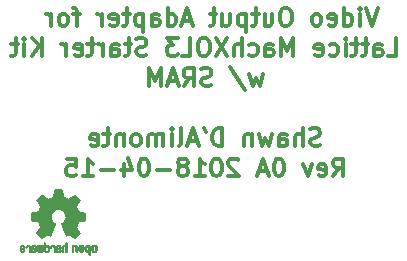
<source format=gbr>
G04 #@! TF.GenerationSoftware,KiCad,Pcbnew,(5.0.0-rc2-dev-321-g78161b592)*
G04 #@! TF.CreationDate,2018-04-15T21:01:50-04:00*
G04 #@! TF.ProjectId,VideoDACRAM,566964656F44414352414D2E6B696361,rev?*
G04 #@! TF.SameCoordinates,Original*
G04 #@! TF.FileFunction,Legend,Bot*
G04 #@! TF.FilePolarity,Positive*
%FSLAX46Y46*%
G04 Gerber Fmt 4.6, Leading zero omitted, Abs format (unit mm)*
G04 Created by KiCad (PCBNEW (5.0.0-rc2-dev-321-g78161b592)) date 04/15/18 21:01:50*
%MOMM*%
%LPD*%
G01*
G04 APERTURE LIST*
%ADD10C,0.300000*%
%ADD11C,0.010000*%
G04 APERTURE END LIST*
D10*
X120017142Y-53763571D02*
X119517142Y-55263571D01*
X119017142Y-53763571D01*
X118517142Y-55263571D02*
X118517142Y-54263571D01*
X118517142Y-53763571D02*
X118588571Y-53835000D01*
X118517142Y-53906428D01*
X118445714Y-53835000D01*
X118517142Y-53763571D01*
X118517142Y-53906428D01*
X117160000Y-55263571D02*
X117160000Y-53763571D01*
X117160000Y-55192142D02*
X117302857Y-55263571D01*
X117588571Y-55263571D01*
X117731428Y-55192142D01*
X117802857Y-55120714D01*
X117874285Y-54977857D01*
X117874285Y-54549285D01*
X117802857Y-54406428D01*
X117731428Y-54335000D01*
X117588571Y-54263571D01*
X117302857Y-54263571D01*
X117160000Y-54335000D01*
X115874285Y-55192142D02*
X116017142Y-55263571D01*
X116302857Y-55263571D01*
X116445714Y-55192142D01*
X116517142Y-55049285D01*
X116517142Y-54477857D01*
X116445714Y-54335000D01*
X116302857Y-54263571D01*
X116017142Y-54263571D01*
X115874285Y-54335000D01*
X115802857Y-54477857D01*
X115802857Y-54620714D01*
X116517142Y-54763571D01*
X114945714Y-55263571D02*
X115088571Y-55192142D01*
X115160000Y-55120714D01*
X115231428Y-54977857D01*
X115231428Y-54549285D01*
X115160000Y-54406428D01*
X115088571Y-54335000D01*
X114945714Y-54263571D01*
X114731428Y-54263571D01*
X114588571Y-54335000D01*
X114517142Y-54406428D01*
X114445714Y-54549285D01*
X114445714Y-54977857D01*
X114517142Y-55120714D01*
X114588571Y-55192142D01*
X114731428Y-55263571D01*
X114945714Y-55263571D01*
X112374285Y-53763571D02*
X112088571Y-53763571D01*
X111945714Y-53835000D01*
X111802857Y-53977857D01*
X111731428Y-54263571D01*
X111731428Y-54763571D01*
X111802857Y-55049285D01*
X111945714Y-55192142D01*
X112088571Y-55263571D01*
X112374285Y-55263571D01*
X112517142Y-55192142D01*
X112660000Y-55049285D01*
X112731428Y-54763571D01*
X112731428Y-54263571D01*
X112660000Y-53977857D01*
X112517142Y-53835000D01*
X112374285Y-53763571D01*
X110445714Y-54263571D02*
X110445714Y-55263571D01*
X111088571Y-54263571D02*
X111088571Y-55049285D01*
X111017142Y-55192142D01*
X110874285Y-55263571D01*
X110660000Y-55263571D01*
X110517142Y-55192142D01*
X110445714Y-55120714D01*
X109945714Y-54263571D02*
X109374285Y-54263571D01*
X109731428Y-53763571D02*
X109731428Y-55049285D01*
X109660000Y-55192142D01*
X109517142Y-55263571D01*
X109374285Y-55263571D01*
X108874285Y-54263571D02*
X108874285Y-55763571D01*
X108874285Y-54335000D02*
X108731428Y-54263571D01*
X108445714Y-54263571D01*
X108302857Y-54335000D01*
X108231428Y-54406428D01*
X108160000Y-54549285D01*
X108160000Y-54977857D01*
X108231428Y-55120714D01*
X108302857Y-55192142D01*
X108445714Y-55263571D01*
X108731428Y-55263571D01*
X108874285Y-55192142D01*
X106874285Y-54263571D02*
X106874285Y-55263571D01*
X107517142Y-54263571D02*
X107517142Y-55049285D01*
X107445714Y-55192142D01*
X107302857Y-55263571D01*
X107088571Y-55263571D01*
X106945714Y-55192142D01*
X106874285Y-55120714D01*
X106374285Y-54263571D02*
X105802857Y-54263571D01*
X106160000Y-53763571D02*
X106160000Y-55049285D01*
X106088571Y-55192142D01*
X105945714Y-55263571D01*
X105802857Y-55263571D01*
X104231428Y-54835000D02*
X103517142Y-54835000D01*
X104374285Y-55263571D02*
X103874285Y-53763571D01*
X103374285Y-55263571D01*
X102231428Y-55263571D02*
X102231428Y-53763571D01*
X102231428Y-55192142D02*
X102374285Y-55263571D01*
X102660000Y-55263571D01*
X102802857Y-55192142D01*
X102874285Y-55120714D01*
X102945714Y-54977857D01*
X102945714Y-54549285D01*
X102874285Y-54406428D01*
X102802857Y-54335000D01*
X102660000Y-54263571D01*
X102374285Y-54263571D01*
X102231428Y-54335000D01*
X100874285Y-55263571D02*
X100874285Y-54477857D01*
X100945714Y-54335000D01*
X101088571Y-54263571D01*
X101374285Y-54263571D01*
X101517142Y-54335000D01*
X100874285Y-55192142D02*
X101017142Y-55263571D01*
X101374285Y-55263571D01*
X101517142Y-55192142D01*
X101588571Y-55049285D01*
X101588571Y-54906428D01*
X101517142Y-54763571D01*
X101374285Y-54692142D01*
X101017142Y-54692142D01*
X100874285Y-54620714D01*
X100160000Y-54263571D02*
X100160000Y-55763571D01*
X100160000Y-54335000D02*
X100017142Y-54263571D01*
X99731428Y-54263571D01*
X99588571Y-54335000D01*
X99517142Y-54406428D01*
X99445714Y-54549285D01*
X99445714Y-54977857D01*
X99517142Y-55120714D01*
X99588571Y-55192142D01*
X99731428Y-55263571D01*
X100017142Y-55263571D01*
X100160000Y-55192142D01*
X99017142Y-54263571D02*
X98445714Y-54263571D01*
X98802857Y-53763571D02*
X98802857Y-55049285D01*
X98731428Y-55192142D01*
X98588571Y-55263571D01*
X98445714Y-55263571D01*
X97374285Y-55192142D02*
X97517142Y-55263571D01*
X97802857Y-55263571D01*
X97945714Y-55192142D01*
X98017142Y-55049285D01*
X98017142Y-54477857D01*
X97945714Y-54335000D01*
X97802857Y-54263571D01*
X97517142Y-54263571D01*
X97374285Y-54335000D01*
X97302857Y-54477857D01*
X97302857Y-54620714D01*
X98017142Y-54763571D01*
X96660000Y-55263571D02*
X96660000Y-54263571D01*
X96660000Y-54549285D02*
X96588571Y-54406428D01*
X96517142Y-54335000D01*
X96374285Y-54263571D01*
X96231428Y-54263571D01*
X94802857Y-54263571D02*
X94231428Y-54263571D01*
X94588571Y-55263571D02*
X94588571Y-53977857D01*
X94517142Y-53835000D01*
X94374285Y-53763571D01*
X94231428Y-53763571D01*
X93517142Y-55263571D02*
X93660000Y-55192142D01*
X93731428Y-55120714D01*
X93802857Y-54977857D01*
X93802857Y-54549285D01*
X93731428Y-54406428D01*
X93660000Y-54335000D01*
X93517142Y-54263571D01*
X93302857Y-54263571D01*
X93160000Y-54335000D01*
X93088571Y-54406428D01*
X93017142Y-54549285D01*
X93017142Y-54977857D01*
X93088571Y-55120714D01*
X93160000Y-55192142D01*
X93302857Y-55263571D01*
X93517142Y-55263571D01*
X92374285Y-55263571D02*
X92374285Y-54263571D01*
X92374285Y-54549285D02*
X92302857Y-54406428D01*
X92231428Y-54335000D01*
X92088571Y-54263571D01*
X91945714Y-54263571D01*
X120874285Y-57813571D02*
X121588571Y-57813571D01*
X121588571Y-56313571D01*
X119731428Y-57813571D02*
X119731428Y-57027857D01*
X119802857Y-56885000D01*
X119945714Y-56813571D01*
X120231428Y-56813571D01*
X120374285Y-56885000D01*
X119731428Y-57742142D02*
X119874285Y-57813571D01*
X120231428Y-57813571D01*
X120374285Y-57742142D01*
X120445714Y-57599285D01*
X120445714Y-57456428D01*
X120374285Y-57313571D01*
X120231428Y-57242142D01*
X119874285Y-57242142D01*
X119731428Y-57170714D01*
X119231428Y-56813571D02*
X118660000Y-56813571D01*
X119017142Y-56313571D02*
X119017142Y-57599285D01*
X118945714Y-57742142D01*
X118802857Y-57813571D01*
X118660000Y-57813571D01*
X118374285Y-56813571D02*
X117802857Y-56813571D01*
X118160000Y-56313571D02*
X118160000Y-57599285D01*
X118088571Y-57742142D01*
X117945714Y-57813571D01*
X117802857Y-57813571D01*
X117302857Y-57813571D02*
X117302857Y-56813571D01*
X117302857Y-56313571D02*
X117374285Y-56385000D01*
X117302857Y-56456428D01*
X117231428Y-56385000D01*
X117302857Y-56313571D01*
X117302857Y-56456428D01*
X115945714Y-57742142D02*
X116088571Y-57813571D01*
X116374285Y-57813571D01*
X116517142Y-57742142D01*
X116588571Y-57670714D01*
X116660000Y-57527857D01*
X116660000Y-57099285D01*
X116588571Y-56956428D01*
X116517142Y-56885000D01*
X116374285Y-56813571D01*
X116088571Y-56813571D01*
X115945714Y-56885000D01*
X114731428Y-57742142D02*
X114874285Y-57813571D01*
X115160000Y-57813571D01*
X115302857Y-57742142D01*
X115374285Y-57599285D01*
X115374285Y-57027857D01*
X115302857Y-56885000D01*
X115160000Y-56813571D01*
X114874285Y-56813571D01*
X114731428Y-56885000D01*
X114660000Y-57027857D01*
X114660000Y-57170714D01*
X115374285Y-57313571D01*
X112874285Y-57813571D02*
X112874285Y-56313571D01*
X112374285Y-57385000D01*
X111874285Y-56313571D01*
X111874285Y-57813571D01*
X110517142Y-57813571D02*
X110517142Y-57027857D01*
X110588571Y-56885000D01*
X110731428Y-56813571D01*
X111017142Y-56813571D01*
X111160000Y-56885000D01*
X110517142Y-57742142D02*
X110660000Y-57813571D01*
X111017142Y-57813571D01*
X111160000Y-57742142D01*
X111231428Y-57599285D01*
X111231428Y-57456428D01*
X111160000Y-57313571D01*
X111017142Y-57242142D01*
X110660000Y-57242142D01*
X110517142Y-57170714D01*
X109160000Y-57742142D02*
X109302857Y-57813571D01*
X109588571Y-57813571D01*
X109731428Y-57742142D01*
X109802857Y-57670714D01*
X109874285Y-57527857D01*
X109874285Y-57099285D01*
X109802857Y-56956428D01*
X109731428Y-56885000D01*
X109588571Y-56813571D01*
X109302857Y-56813571D01*
X109160000Y-56885000D01*
X108517142Y-57813571D02*
X108517142Y-56313571D01*
X107874285Y-57813571D02*
X107874285Y-57027857D01*
X107945714Y-56885000D01*
X108088571Y-56813571D01*
X108302857Y-56813571D01*
X108445714Y-56885000D01*
X108517142Y-56956428D01*
X107302857Y-56313571D02*
X106302857Y-57813571D01*
X106302857Y-56313571D02*
X107302857Y-57813571D01*
X105445714Y-56313571D02*
X105160000Y-56313571D01*
X105017142Y-56385000D01*
X104874285Y-56527857D01*
X104802857Y-56813571D01*
X104802857Y-57313571D01*
X104874285Y-57599285D01*
X105017142Y-57742142D01*
X105160000Y-57813571D01*
X105445714Y-57813571D01*
X105588571Y-57742142D01*
X105731428Y-57599285D01*
X105802857Y-57313571D01*
X105802857Y-56813571D01*
X105731428Y-56527857D01*
X105588571Y-56385000D01*
X105445714Y-56313571D01*
X103445714Y-57813571D02*
X104160000Y-57813571D01*
X104160000Y-56313571D01*
X103088571Y-56313571D02*
X102160000Y-56313571D01*
X102660000Y-56885000D01*
X102445714Y-56885000D01*
X102302857Y-56956428D01*
X102231428Y-57027857D01*
X102160000Y-57170714D01*
X102160000Y-57527857D01*
X102231428Y-57670714D01*
X102302857Y-57742142D01*
X102445714Y-57813571D01*
X102874285Y-57813571D01*
X103017142Y-57742142D01*
X103088571Y-57670714D01*
X100445714Y-57742142D02*
X100231428Y-57813571D01*
X99874285Y-57813571D01*
X99731428Y-57742142D01*
X99660000Y-57670714D01*
X99588571Y-57527857D01*
X99588571Y-57385000D01*
X99660000Y-57242142D01*
X99731428Y-57170714D01*
X99874285Y-57099285D01*
X100160000Y-57027857D01*
X100302857Y-56956428D01*
X100374285Y-56885000D01*
X100445714Y-56742142D01*
X100445714Y-56599285D01*
X100374285Y-56456428D01*
X100302857Y-56385000D01*
X100160000Y-56313571D01*
X99802857Y-56313571D01*
X99588571Y-56385000D01*
X99160000Y-56813571D02*
X98588571Y-56813571D01*
X98945714Y-56313571D02*
X98945714Y-57599285D01*
X98874285Y-57742142D01*
X98731428Y-57813571D01*
X98588571Y-57813571D01*
X97445714Y-57813571D02*
X97445714Y-57027857D01*
X97517142Y-56885000D01*
X97660000Y-56813571D01*
X97945714Y-56813571D01*
X98088571Y-56885000D01*
X97445714Y-57742142D02*
X97588571Y-57813571D01*
X97945714Y-57813571D01*
X98088571Y-57742142D01*
X98160000Y-57599285D01*
X98160000Y-57456428D01*
X98088571Y-57313571D01*
X97945714Y-57242142D01*
X97588571Y-57242142D01*
X97445714Y-57170714D01*
X96731428Y-57813571D02*
X96731428Y-56813571D01*
X96731428Y-57099285D02*
X96660000Y-56956428D01*
X96588571Y-56885000D01*
X96445714Y-56813571D01*
X96302857Y-56813571D01*
X96017142Y-56813571D02*
X95445714Y-56813571D01*
X95802857Y-56313571D02*
X95802857Y-57599285D01*
X95731428Y-57742142D01*
X95588571Y-57813571D01*
X95445714Y-57813571D01*
X94374285Y-57742142D02*
X94517142Y-57813571D01*
X94802857Y-57813571D01*
X94945714Y-57742142D01*
X95017142Y-57599285D01*
X95017142Y-57027857D01*
X94945714Y-56885000D01*
X94802857Y-56813571D01*
X94517142Y-56813571D01*
X94374285Y-56885000D01*
X94302857Y-57027857D01*
X94302857Y-57170714D01*
X95017142Y-57313571D01*
X93660000Y-57813571D02*
X93660000Y-56813571D01*
X93660000Y-57099285D02*
X93588571Y-56956428D01*
X93517142Y-56885000D01*
X93374285Y-56813571D01*
X93231428Y-56813571D01*
X91588571Y-57813571D02*
X91588571Y-56313571D01*
X90731428Y-57813571D02*
X91374285Y-56956428D01*
X90731428Y-56313571D02*
X91588571Y-57170714D01*
X90088571Y-57813571D02*
X90088571Y-56813571D01*
X90088571Y-56313571D02*
X90160000Y-56385000D01*
X90088571Y-56456428D01*
X90017142Y-56385000D01*
X90088571Y-56313571D01*
X90088571Y-56456428D01*
X89588571Y-56813571D02*
X89017142Y-56813571D01*
X89374285Y-56313571D02*
X89374285Y-57599285D01*
X89302857Y-57742142D01*
X89160000Y-57813571D01*
X89017142Y-57813571D01*
X110302857Y-59363571D02*
X110017142Y-60363571D01*
X109731428Y-59649285D01*
X109445714Y-60363571D01*
X109160000Y-59363571D01*
X107517142Y-58792142D02*
X108802857Y-60720714D01*
X105945714Y-60292142D02*
X105731428Y-60363571D01*
X105374285Y-60363571D01*
X105231428Y-60292142D01*
X105160000Y-60220714D01*
X105088571Y-60077857D01*
X105088571Y-59935000D01*
X105160000Y-59792142D01*
X105231428Y-59720714D01*
X105374285Y-59649285D01*
X105660000Y-59577857D01*
X105802857Y-59506428D01*
X105874285Y-59435000D01*
X105945714Y-59292142D01*
X105945714Y-59149285D01*
X105874285Y-59006428D01*
X105802857Y-58935000D01*
X105660000Y-58863571D01*
X105302857Y-58863571D01*
X105088571Y-58935000D01*
X103588571Y-60363571D02*
X104088571Y-59649285D01*
X104445714Y-60363571D02*
X104445714Y-58863571D01*
X103874285Y-58863571D01*
X103731428Y-58935000D01*
X103660000Y-59006428D01*
X103588571Y-59149285D01*
X103588571Y-59363571D01*
X103660000Y-59506428D01*
X103731428Y-59577857D01*
X103874285Y-59649285D01*
X104445714Y-59649285D01*
X103017142Y-59935000D02*
X102302857Y-59935000D01*
X103160000Y-60363571D02*
X102660000Y-58863571D01*
X102160000Y-60363571D01*
X101660000Y-60363571D02*
X101660000Y-58863571D01*
X101160000Y-59935000D01*
X100660000Y-58863571D01*
X100660000Y-60363571D01*
X115160000Y-65392142D02*
X114945714Y-65463571D01*
X114588571Y-65463571D01*
X114445714Y-65392142D01*
X114374285Y-65320714D01*
X114302857Y-65177857D01*
X114302857Y-65035000D01*
X114374285Y-64892142D01*
X114445714Y-64820714D01*
X114588571Y-64749285D01*
X114874285Y-64677857D01*
X115017142Y-64606428D01*
X115088571Y-64535000D01*
X115160000Y-64392142D01*
X115160000Y-64249285D01*
X115088571Y-64106428D01*
X115017142Y-64035000D01*
X114874285Y-63963571D01*
X114517142Y-63963571D01*
X114302857Y-64035000D01*
X113660000Y-65463571D02*
X113660000Y-63963571D01*
X113017142Y-65463571D02*
X113017142Y-64677857D01*
X113088571Y-64535000D01*
X113231428Y-64463571D01*
X113445714Y-64463571D01*
X113588571Y-64535000D01*
X113660000Y-64606428D01*
X111660000Y-65463571D02*
X111660000Y-64677857D01*
X111731428Y-64535000D01*
X111874285Y-64463571D01*
X112160000Y-64463571D01*
X112302857Y-64535000D01*
X111660000Y-65392142D02*
X111802857Y-65463571D01*
X112160000Y-65463571D01*
X112302857Y-65392142D01*
X112374285Y-65249285D01*
X112374285Y-65106428D01*
X112302857Y-64963571D01*
X112160000Y-64892142D01*
X111802857Y-64892142D01*
X111660000Y-64820714D01*
X111088571Y-64463571D02*
X110802857Y-65463571D01*
X110517142Y-64749285D01*
X110231428Y-65463571D01*
X109945714Y-64463571D01*
X109374285Y-64463571D02*
X109374285Y-65463571D01*
X109374285Y-64606428D02*
X109302857Y-64535000D01*
X109160000Y-64463571D01*
X108945714Y-64463571D01*
X108802857Y-64535000D01*
X108731428Y-64677857D01*
X108731428Y-65463571D01*
X106874285Y-65463571D02*
X106874285Y-63963571D01*
X106517142Y-63963571D01*
X106302857Y-64035000D01*
X106160000Y-64177857D01*
X106088571Y-64320714D01*
X106017142Y-64606428D01*
X106017142Y-64820714D01*
X106088571Y-65106428D01*
X106160000Y-65249285D01*
X106302857Y-65392142D01*
X106517142Y-65463571D01*
X106874285Y-65463571D01*
X105302857Y-63963571D02*
X105445714Y-64249285D01*
X104731428Y-65035000D02*
X104017142Y-65035000D01*
X104874285Y-65463571D02*
X104374285Y-63963571D01*
X103874285Y-65463571D01*
X103160000Y-65463571D02*
X103302857Y-65392142D01*
X103374285Y-65249285D01*
X103374285Y-63963571D01*
X102588571Y-65463571D02*
X102588571Y-64463571D01*
X102588571Y-63963571D02*
X102660000Y-64035000D01*
X102588571Y-64106428D01*
X102517142Y-64035000D01*
X102588571Y-63963571D01*
X102588571Y-64106428D01*
X101874285Y-65463571D02*
X101874285Y-64463571D01*
X101874285Y-64606428D02*
X101802857Y-64535000D01*
X101660000Y-64463571D01*
X101445714Y-64463571D01*
X101302857Y-64535000D01*
X101231428Y-64677857D01*
X101231428Y-65463571D01*
X101231428Y-64677857D02*
X101160000Y-64535000D01*
X101017142Y-64463571D01*
X100802857Y-64463571D01*
X100660000Y-64535000D01*
X100588571Y-64677857D01*
X100588571Y-65463571D01*
X99660000Y-65463571D02*
X99802857Y-65392142D01*
X99874285Y-65320714D01*
X99945714Y-65177857D01*
X99945714Y-64749285D01*
X99874285Y-64606428D01*
X99802857Y-64535000D01*
X99660000Y-64463571D01*
X99445714Y-64463571D01*
X99302857Y-64535000D01*
X99231428Y-64606428D01*
X99160000Y-64749285D01*
X99160000Y-65177857D01*
X99231428Y-65320714D01*
X99302857Y-65392142D01*
X99445714Y-65463571D01*
X99660000Y-65463571D01*
X98517142Y-64463571D02*
X98517142Y-65463571D01*
X98517142Y-64606428D02*
X98445714Y-64535000D01*
X98302857Y-64463571D01*
X98088571Y-64463571D01*
X97945714Y-64535000D01*
X97874285Y-64677857D01*
X97874285Y-65463571D01*
X97374285Y-64463571D02*
X96802857Y-64463571D01*
X97160000Y-63963571D02*
X97160000Y-65249285D01*
X97088571Y-65392142D01*
X96945714Y-65463571D01*
X96802857Y-65463571D01*
X95731428Y-65392142D02*
X95874285Y-65463571D01*
X96160000Y-65463571D01*
X96302857Y-65392142D01*
X96374285Y-65249285D01*
X96374285Y-64677857D01*
X96302857Y-64535000D01*
X96160000Y-64463571D01*
X95874285Y-64463571D01*
X95731428Y-64535000D01*
X95660000Y-64677857D01*
X95660000Y-64820714D01*
X96374285Y-64963571D01*
X116231428Y-68013571D02*
X116731428Y-67299285D01*
X117088571Y-68013571D02*
X117088571Y-66513571D01*
X116517142Y-66513571D01*
X116374285Y-66585000D01*
X116302857Y-66656428D01*
X116231428Y-66799285D01*
X116231428Y-67013571D01*
X116302857Y-67156428D01*
X116374285Y-67227857D01*
X116517142Y-67299285D01*
X117088571Y-67299285D01*
X115017142Y-67942142D02*
X115160000Y-68013571D01*
X115445714Y-68013571D01*
X115588571Y-67942142D01*
X115660000Y-67799285D01*
X115660000Y-67227857D01*
X115588571Y-67085000D01*
X115445714Y-67013571D01*
X115160000Y-67013571D01*
X115017142Y-67085000D01*
X114945714Y-67227857D01*
X114945714Y-67370714D01*
X115660000Y-67513571D01*
X114445714Y-67013571D02*
X114088571Y-68013571D01*
X113731428Y-67013571D01*
X111731428Y-66513571D02*
X111588571Y-66513571D01*
X111445714Y-66585000D01*
X111374285Y-66656428D01*
X111302857Y-66799285D01*
X111231428Y-67085000D01*
X111231428Y-67442142D01*
X111302857Y-67727857D01*
X111374285Y-67870714D01*
X111445714Y-67942142D01*
X111588571Y-68013571D01*
X111731428Y-68013571D01*
X111874285Y-67942142D01*
X111945714Y-67870714D01*
X112017142Y-67727857D01*
X112088571Y-67442142D01*
X112088571Y-67085000D01*
X112017142Y-66799285D01*
X111945714Y-66656428D01*
X111874285Y-66585000D01*
X111731428Y-66513571D01*
X110660000Y-67585000D02*
X109945714Y-67585000D01*
X110802857Y-68013571D02*
X110302857Y-66513571D01*
X109802857Y-68013571D01*
X108231428Y-66656428D02*
X108160000Y-66585000D01*
X108017142Y-66513571D01*
X107660000Y-66513571D01*
X107517142Y-66585000D01*
X107445714Y-66656428D01*
X107374285Y-66799285D01*
X107374285Y-66942142D01*
X107445714Y-67156428D01*
X108302857Y-68013571D01*
X107374285Y-68013571D01*
X106445714Y-66513571D02*
X106302857Y-66513571D01*
X106160000Y-66585000D01*
X106088571Y-66656428D01*
X106017142Y-66799285D01*
X105945714Y-67085000D01*
X105945714Y-67442142D01*
X106017142Y-67727857D01*
X106088571Y-67870714D01*
X106160000Y-67942142D01*
X106302857Y-68013571D01*
X106445714Y-68013571D01*
X106588571Y-67942142D01*
X106660000Y-67870714D01*
X106731428Y-67727857D01*
X106802857Y-67442142D01*
X106802857Y-67085000D01*
X106731428Y-66799285D01*
X106660000Y-66656428D01*
X106588571Y-66585000D01*
X106445714Y-66513571D01*
X104517142Y-68013571D02*
X105374285Y-68013571D01*
X104945714Y-68013571D02*
X104945714Y-66513571D01*
X105088571Y-66727857D01*
X105231428Y-66870714D01*
X105374285Y-66942142D01*
X103660000Y-67156428D02*
X103802857Y-67085000D01*
X103874285Y-67013571D01*
X103945714Y-66870714D01*
X103945714Y-66799285D01*
X103874285Y-66656428D01*
X103802857Y-66585000D01*
X103660000Y-66513571D01*
X103374285Y-66513571D01*
X103231428Y-66585000D01*
X103160000Y-66656428D01*
X103088571Y-66799285D01*
X103088571Y-66870714D01*
X103160000Y-67013571D01*
X103231428Y-67085000D01*
X103374285Y-67156428D01*
X103660000Y-67156428D01*
X103802857Y-67227857D01*
X103874285Y-67299285D01*
X103945714Y-67442142D01*
X103945714Y-67727857D01*
X103874285Y-67870714D01*
X103802857Y-67942142D01*
X103660000Y-68013571D01*
X103374285Y-68013571D01*
X103231428Y-67942142D01*
X103160000Y-67870714D01*
X103088571Y-67727857D01*
X103088571Y-67442142D01*
X103160000Y-67299285D01*
X103231428Y-67227857D01*
X103374285Y-67156428D01*
X102445714Y-67442142D02*
X101302857Y-67442142D01*
X100302857Y-66513571D02*
X100160000Y-66513571D01*
X100017142Y-66585000D01*
X99945714Y-66656428D01*
X99874285Y-66799285D01*
X99802857Y-67085000D01*
X99802857Y-67442142D01*
X99874285Y-67727857D01*
X99945714Y-67870714D01*
X100017142Y-67942142D01*
X100160000Y-68013571D01*
X100302857Y-68013571D01*
X100445714Y-67942142D01*
X100517142Y-67870714D01*
X100588571Y-67727857D01*
X100660000Y-67442142D01*
X100660000Y-67085000D01*
X100588571Y-66799285D01*
X100517142Y-66656428D01*
X100445714Y-66585000D01*
X100302857Y-66513571D01*
X98517142Y-67013571D02*
X98517142Y-68013571D01*
X98874285Y-66442142D02*
X99231428Y-67513571D01*
X98302857Y-67513571D01*
X97731428Y-67442142D02*
X96588571Y-67442142D01*
X95088571Y-68013571D02*
X95945714Y-68013571D01*
X95517142Y-68013571D02*
X95517142Y-66513571D01*
X95660000Y-66727857D01*
X95802857Y-66870714D01*
X95945714Y-66942142D01*
X93731428Y-66513571D02*
X94445714Y-66513571D01*
X94517142Y-67227857D01*
X94445714Y-67156428D01*
X94302857Y-67085000D01*
X93945714Y-67085000D01*
X93802857Y-67156428D01*
X93731428Y-67227857D01*
X93660000Y-67370714D01*
X93660000Y-67727857D01*
X93731428Y-67870714D01*
X93802857Y-67942142D01*
X93945714Y-68013571D01*
X94302857Y-68013571D01*
X94445714Y-67942142D01*
X94517142Y-67870714D01*
D11*
G36*
X92860090Y-69124348D02*
X92781546Y-69124778D01*
X92724702Y-69125942D01*
X92685895Y-69128207D01*
X92661462Y-69131940D01*
X92647738Y-69137506D01*
X92641060Y-69145273D01*
X92637764Y-69155605D01*
X92637444Y-69156943D01*
X92632438Y-69181079D01*
X92623171Y-69228701D01*
X92610608Y-69294741D01*
X92595713Y-69374128D01*
X92579449Y-69461796D01*
X92578881Y-69464875D01*
X92562590Y-69550789D01*
X92547348Y-69626696D01*
X92534139Y-69688045D01*
X92523946Y-69730282D01*
X92517752Y-69748855D01*
X92517457Y-69749184D01*
X92499212Y-69758253D01*
X92461595Y-69773367D01*
X92412729Y-69791262D01*
X92412457Y-69791358D01*
X92350907Y-69814493D01*
X92278343Y-69843965D01*
X92209943Y-69873597D01*
X92206706Y-69875062D01*
X92095298Y-69925626D01*
X91848601Y-69757160D01*
X91772923Y-69705803D01*
X91704369Y-69659889D01*
X91646912Y-69622030D01*
X91604524Y-69594837D01*
X91581175Y-69580921D01*
X91578958Y-69579889D01*
X91561990Y-69584484D01*
X91530299Y-69606655D01*
X91482648Y-69647447D01*
X91417802Y-69707905D01*
X91351603Y-69772227D01*
X91287786Y-69835612D01*
X91230671Y-69893451D01*
X91183695Y-69942175D01*
X91150297Y-69978210D01*
X91133915Y-69997984D01*
X91133306Y-69999002D01*
X91131495Y-70012572D01*
X91138317Y-70034733D01*
X91155460Y-70068478D01*
X91184607Y-70116800D01*
X91227445Y-70182692D01*
X91284552Y-70267517D01*
X91335234Y-70342177D01*
X91380539Y-70409140D01*
X91417850Y-70464516D01*
X91444548Y-70504420D01*
X91458015Y-70524962D01*
X91458863Y-70526356D01*
X91457219Y-70546038D01*
X91444755Y-70584293D01*
X91423952Y-70633889D01*
X91416538Y-70649728D01*
X91384186Y-70720290D01*
X91349672Y-70800353D01*
X91321635Y-70869629D01*
X91301432Y-70921045D01*
X91285385Y-70960119D01*
X91276112Y-70980541D01*
X91274959Y-70982114D01*
X91257904Y-70984721D01*
X91217702Y-70991863D01*
X91159698Y-71002523D01*
X91089237Y-71015685D01*
X91011665Y-71030333D01*
X90932328Y-71045449D01*
X90856569Y-71060018D01*
X90789736Y-71073022D01*
X90737172Y-71083445D01*
X90704224Y-71090270D01*
X90696143Y-71092199D01*
X90687795Y-71096962D01*
X90681494Y-71107718D01*
X90676955Y-71128098D01*
X90673896Y-71161734D01*
X90672033Y-71212255D01*
X90671082Y-71283292D01*
X90670760Y-71378476D01*
X90670743Y-71417492D01*
X90670743Y-71734799D01*
X90746943Y-71749839D01*
X90789337Y-71757995D01*
X90852600Y-71769899D01*
X90929038Y-71784116D01*
X91010957Y-71799210D01*
X91033600Y-71803355D01*
X91109194Y-71818053D01*
X91175047Y-71832505D01*
X91225634Y-71845375D01*
X91255426Y-71855322D01*
X91260388Y-71858287D01*
X91272574Y-71879283D01*
X91290047Y-71919967D01*
X91309423Y-71972322D01*
X91313266Y-71983600D01*
X91338661Y-72053523D01*
X91370183Y-72132418D01*
X91401031Y-72203266D01*
X91401183Y-72203595D01*
X91452553Y-72314733D01*
X91283601Y-72563253D01*
X91114648Y-72811772D01*
X91331571Y-73029058D01*
X91397181Y-73093726D01*
X91457021Y-73150733D01*
X91507733Y-73197033D01*
X91545954Y-73229584D01*
X91568325Y-73245343D01*
X91571534Y-73246343D01*
X91590374Y-73238469D01*
X91628820Y-73216578D01*
X91682670Y-73183267D01*
X91747724Y-73141131D01*
X91818060Y-73093943D01*
X91889445Y-73045810D01*
X91953092Y-73003928D01*
X92004959Y-72970871D01*
X92041005Y-72949218D01*
X92057133Y-72941543D01*
X92076811Y-72948037D01*
X92114125Y-72965150D01*
X92161379Y-72989326D01*
X92166388Y-72992013D01*
X92230023Y-73023927D01*
X92273659Y-73039579D01*
X92300798Y-73039745D01*
X92314943Y-73025204D01*
X92315025Y-73025000D01*
X92322095Y-73007779D01*
X92338958Y-72966899D01*
X92364305Y-72905525D01*
X92396829Y-72826819D01*
X92435222Y-72733947D01*
X92478178Y-72630072D01*
X92519778Y-72529502D01*
X92565496Y-72418516D01*
X92607474Y-72315703D01*
X92644452Y-72224215D01*
X92675173Y-72147201D01*
X92698378Y-72087815D01*
X92712810Y-72049209D01*
X92717257Y-72034800D01*
X92706104Y-72018272D01*
X92676931Y-71991930D01*
X92638029Y-71962887D01*
X92527243Y-71871039D01*
X92440649Y-71765759D01*
X92379284Y-71649266D01*
X92344185Y-71523776D01*
X92336392Y-71391507D01*
X92342057Y-71330457D01*
X92372922Y-71203795D01*
X92426080Y-71091941D01*
X92498233Y-70996001D01*
X92586083Y-70917076D01*
X92686335Y-70856270D01*
X92795690Y-70814687D01*
X92910853Y-70793428D01*
X93028525Y-70793599D01*
X93145410Y-70816301D01*
X93258211Y-70862638D01*
X93363631Y-70933713D01*
X93407632Y-70973911D01*
X93492021Y-71077129D01*
X93550778Y-71189925D01*
X93584296Y-71309010D01*
X93592965Y-71431095D01*
X93577177Y-71552893D01*
X93537322Y-71671116D01*
X93473793Y-71782475D01*
X93386979Y-71883684D01*
X93289971Y-71962887D01*
X93249563Y-71993162D01*
X93221018Y-72019219D01*
X93210743Y-72034825D01*
X93216123Y-72051843D01*
X93231425Y-72092500D01*
X93255388Y-72153642D01*
X93286756Y-72232119D01*
X93324268Y-72324780D01*
X93366667Y-72428472D01*
X93408337Y-72529526D01*
X93454310Y-72640607D01*
X93496893Y-72743541D01*
X93534779Y-72835165D01*
X93566660Y-72912316D01*
X93591229Y-72971831D01*
X93607180Y-73010544D01*
X93613090Y-73025000D01*
X93627052Y-73039685D01*
X93654060Y-73039642D01*
X93697587Y-73024099D01*
X93761110Y-72992284D01*
X93761612Y-72992013D01*
X93809440Y-72967323D01*
X93848103Y-72949338D01*
X93869905Y-72941614D01*
X93870867Y-72941543D01*
X93887279Y-72949378D01*
X93923513Y-72971165D01*
X93975526Y-73004328D01*
X94039275Y-73046291D01*
X94109940Y-73093943D01*
X94181884Y-73142191D01*
X94246726Y-73184151D01*
X94300265Y-73217227D01*
X94338303Y-73238821D01*
X94356467Y-73246343D01*
X94373192Y-73236457D01*
X94406820Y-73208826D01*
X94453990Y-73166495D01*
X94511342Y-73112505D01*
X94575516Y-73049899D01*
X94596503Y-73028983D01*
X94813501Y-72811623D01*
X94648332Y-72569220D01*
X94598136Y-72494781D01*
X94554081Y-72427972D01*
X94518638Y-72372665D01*
X94494281Y-72332729D01*
X94483478Y-72312036D01*
X94483162Y-72310563D01*
X94488857Y-72291058D01*
X94504174Y-72251822D01*
X94526463Y-72199430D01*
X94542107Y-72164355D01*
X94571359Y-72097201D01*
X94598906Y-72029358D01*
X94620263Y-71972034D01*
X94626065Y-71954572D01*
X94642548Y-71907938D01*
X94658660Y-71871905D01*
X94667510Y-71858287D01*
X94687040Y-71849952D01*
X94729666Y-71838137D01*
X94789855Y-71824181D01*
X94862078Y-71809422D01*
X94894400Y-71803355D01*
X94976478Y-71788273D01*
X95055205Y-71773669D01*
X95122891Y-71760980D01*
X95171840Y-71751642D01*
X95181057Y-71749839D01*
X95257257Y-71734799D01*
X95257257Y-71417492D01*
X95257086Y-71313154D01*
X95256384Y-71234213D01*
X95254866Y-71177038D01*
X95252251Y-71137999D01*
X95248254Y-71113465D01*
X95242591Y-71099805D01*
X95234980Y-71093389D01*
X95231857Y-71092199D01*
X95213022Y-71087980D01*
X95171412Y-71079562D01*
X95112370Y-71067961D01*
X95041243Y-71054195D01*
X94963375Y-71039280D01*
X94884113Y-71024232D01*
X94808802Y-71010069D01*
X94742787Y-70997806D01*
X94691413Y-70988461D01*
X94660025Y-70983050D01*
X94653041Y-70982114D01*
X94646715Y-70969596D01*
X94632710Y-70936246D01*
X94613645Y-70888377D01*
X94606366Y-70869629D01*
X94577004Y-70797195D01*
X94542429Y-70717170D01*
X94511463Y-70649728D01*
X94488677Y-70598159D01*
X94473518Y-70555785D01*
X94468458Y-70529834D01*
X94469264Y-70526356D01*
X94479959Y-70509936D01*
X94504380Y-70473417D01*
X94539905Y-70420687D01*
X94583913Y-70355635D01*
X94633783Y-70282151D01*
X94643644Y-70267645D01*
X94701508Y-70181704D01*
X94744044Y-70116261D01*
X94772946Y-70068304D01*
X94789910Y-70034820D01*
X94796633Y-70012795D01*
X94794810Y-69999217D01*
X94794764Y-69999131D01*
X94780414Y-69981297D01*
X94748677Y-69946817D01*
X94702990Y-69899268D01*
X94646796Y-69842222D01*
X94583532Y-69779255D01*
X94576398Y-69772227D01*
X94496670Y-69695020D01*
X94435143Y-69638330D01*
X94390579Y-69601110D01*
X94361743Y-69582315D01*
X94349042Y-69579889D01*
X94330506Y-69590471D01*
X94292039Y-69614916D01*
X94237614Y-69650612D01*
X94171202Y-69694947D01*
X94096775Y-69745311D01*
X94079399Y-69757160D01*
X93832703Y-69925626D01*
X93721294Y-69875062D01*
X93653543Y-69845595D01*
X93580817Y-69815959D01*
X93518297Y-69792330D01*
X93515543Y-69791358D01*
X93466640Y-69773457D01*
X93428943Y-69758320D01*
X93410575Y-69749210D01*
X93410544Y-69749184D01*
X93404715Y-69732717D01*
X93394808Y-69692219D01*
X93381805Y-69632242D01*
X93366691Y-69557340D01*
X93350448Y-69472064D01*
X93349119Y-69464875D01*
X93332825Y-69377014D01*
X93317867Y-69297260D01*
X93305209Y-69230681D01*
X93295814Y-69182347D01*
X93290646Y-69157325D01*
X93290556Y-69156943D01*
X93287411Y-69146299D01*
X93281296Y-69138262D01*
X93268547Y-69132467D01*
X93245500Y-69128547D01*
X93208491Y-69126135D01*
X93153856Y-69124865D01*
X93077933Y-69124371D01*
X92977056Y-69124286D01*
X92964000Y-69124286D01*
X92860090Y-69124348D01*
X92860090Y-69124348D01*
G37*
X92860090Y-69124348D02*
X92781546Y-69124778D01*
X92724702Y-69125942D01*
X92685895Y-69128207D01*
X92661462Y-69131940D01*
X92647738Y-69137506D01*
X92641060Y-69145273D01*
X92637764Y-69155605D01*
X92637444Y-69156943D01*
X92632438Y-69181079D01*
X92623171Y-69228701D01*
X92610608Y-69294741D01*
X92595713Y-69374128D01*
X92579449Y-69461796D01*
X92578881Y-69464875D01*
X92562590Y-69550789D01*
X92547348Y-69626696D01*
X92534139Y-69688045D01*
X92523946Y-69730282D01*
X92517752Y-69748855D01*
X92517457Y-69749184D01*
X92499212Y-69758253D01*
X92461595Y-69773367D01*
X92412729Y-69791262D01*
X92412457Y-69791358D01*
X92350907Y-69814493D01*
X92278343Y-69843965D01*
X92209943Y-69873597D01*
X92206706Y-69875062D01*
X92095298Y-69925626D01*
X91848601Y-69757160D01*
X91772923Y-69705803D01*
X91704369Y-69659889D01*
X91646912Y-69622030D01*
X91604524Y-69594837D01*
X91581175Y-69580921D01*
X91578958Y-69579889D01*
X91561990Y-69584484D01*
X91530299Y-69606655D01*
X91482648Y-69647447D01*
X91417802Y-69707905D01*
X91351603Y-69772227D01*
X91287786Y-69835612D01*
X91230671Y-69893451D01*
X91183695Y-69942175D01*
X91150297Y-69978210D01*
X91133915Y-69997984D01*
X91133306Y-69999002D01*
X91131495Y-70012572D01*
X91138317Y-70034733D01*
X91155460Y-70068478D01*
X91184607Y-70116800D01*
X91227445Y-70182692D01*
X91284552Y-70267517D01*
X91335234Y-70342177D01*
X91380539Y-70409140D01*
X91417850Y-70464516D01*
X91444548Y-70504420D01*
X91458015Y-70524962D01*
X91458863Y-70526356D01*
X91457219Y-70546038D01*
X91444755Y-70584293D01*
X91423952Y-70633889D01*
X91416538Y-70649728D01*
X91384186Y-70720290D01*
X91349672Y-70800353D01*
X91321635Y-70869629D01*
X91301432Y-70921045D01*
X91285385Y-70960119D01*
X91276112Y-70980541D01*
X91274959Y-70982114D01*
X91257904Y-70984721D01*
X91217702Y-70991863D01*
X91159698Y-71002523D01*
X91089237Y-71015685D01*
X91011665Y-71030333D01*
X90932328Y-71045449D01*
X90856569Y-71060018D01*
X90789736Y-71073022D01*
X90737172Y-71083445D01*
X90704224Y-71090270D01*
X90696143Y-71092199D01*
X90687795Y-71096962D01*
X90681494Y-71107718D01*
X90676955Y-71128098D01*
X90673896Y-71161734D01*
X90672033Y-71212255D01*
X90671082Y-71283292D01*
X90670760Y-71378476D01*
X90670743Y-71417492D01*
X90670743Y-71734799D01*
X90746943Y-71749839D01*
X90789337Y-71757995D01*
X90852600Y-71769899D01*
X90929038Y-71784116D01*
X91010957Y-71799210D01*
X91033600Y-71803355D01*
X91109194Y-71818053D01*
X91175047Y-71832505D01*
X91225634Y-71845375D01*
X91255426Y-71855322D01*
X91260388Y-71858287D01*
X91272574Y-71879283D01*
X91290047Y-71919967D01*
X91309423Y-71972322D01*
X91313266Y-71983600D01*
X91338661Y-72053523D01*
X91370183Y-72132418D01*
X91401031Y-72203266D01*
X91401183Y-72203595D01*
X91452553Y-72314733D01*
X91283601Y-72563253D01*
X91114648Y-72811772D01*
X91331571Y-73029058D01*
X91397181Y-73093726D01*
X91457021Y-73150733D01*
X91507733Y-73197033D01*
X91545954Y-73229584D01*
X91568325Y-73245343D01*
X91571534Y-73246343D01*
X91590374Y-73238469D01*
X91628820Y-73216578D01*
X91682670Y-73183267D01*
X91747724Y-73141131D01*
X91818060Y-73093943D01*
X91889445Y-73045810D01*
X91953092Y-73003928D01*
X92004959Y-72970871D01*
X92041005Y-72949218D01*
X92057133Y-72941543D01*
X92076811Y-72948037D01*
X92114125Y-72965150D01*
X92161379Y-72989326D01*
X92166388Y-72992013D01*
X92230023Y-73023927D01*
X92273659Y-73039579D01*
X92300798Y-73039745D01*
X92314943Y-73025204D01*
X92315025Y-73025000D01*
X92322095Y-73007779D01*
X92338958Y-72966899D01*
X92364305Y-72905525D01*
X92396829Y-72826819D01*
X92435222Y-72733947D01*
X92478178Y-72630072D01*
X92519778Y-72529502D01*
X92565496Y-72418516D01*
X92607474Y-72315703D01*
X92644452Y-72224215D01*
X92675173Y-72147201D01*
X92698378Y-72087815D01*
X92712810Y-72049209D01*
X92717257Y-72034800D01*
X92706104Y-72018272D01*
X92676931Y-71991930D01*
X92638029Y-71962887D01*
X92527243Y-71871039D01*
X92440649Y-71765759D01*
X92379284Y-71649266D01*
X92344185Y-71523776D01*
X92336392Y-71391507D01*
X92342057Y-71330457D01*
X92372922Y-71203795D01*
X92426080Y-71091941D01*
X92498233Y-70996001D01*
X92586083Y-70917076D01*
X92686335Y-70856270D01*
X92795690Y-70814687D01*
X92910853Y-70793428D01*
X93028525Y-70793599D01*
X93145410Y-70816301D01*
X93258211Y-70862638D01*
X93363631Y-70933713D01*
X93407632Y-70973911D01*
X93492021Y-71077129D01*
X93550778Y-71189925D01*
X93584296Y-71309010D01*
X93592965Y-71431095D01*
X93577177Y-71552893D01*
X93537322Y-71671116D01*
X93473793Y-71782475D01*
X93386979Y-71883684D01*
X93289971Y-71962887D01*
X93249563Y-71993162D01*
X93221018Y-72019219D01*
X93210743Y-72034825D01*
X93216123Y-72051843D01*
X93231425Y-72092500D01*
X93255388Y-72153642D01*
X93286756Y-72232119D01*
X93324268Y-72324780D01*
X93366667Y-72428472D01*
X93408337Y-72529526D01*
X93454310Y-72640607D01*
X93496893Y-72743541D01*
X93534779Y-72835165D01*
X93566660Y-72912316D01*
X93591229Y-72971831D01*
X93607180Y-73010544D01*
X93613090Y-73025000D01*
X93627052Y-73039685D01*
X93654060Y-73039642D01*
X93697587Y-73024099D01*
X93761110Y-72992284D01*
X93761612Y-72992013D01*
X93809440Y-72967323D01*
X93848103Y-72949338D01*
X93869905Y-72941614D01*
X93870867Y-72941543D01*
X93887279Y-72949378D01*
X93923513Y-72971165D01*
X93975526Y-73004328D01*
X94039275Y-73046291D01*
X94109940Y-73093943D01*
X94181884Y-73142191D01*
X94246726Y-73184151D01*
X94300265Y-73217227D01*
X94338303Y-73238821D01*
X94356467Y-73246343D01*
X94373192Y-73236457D01*
X94406820Y-73208826D01*
X94453990Y-73166495D01*
X94511342Y-73112505D01*
X94575516Y-73049899D01*
X94596503Y-73028983D01*
X94813501Y-72811623D01*
X94648332Y-72569220D01*
X94598136Y-72494781D01*
X94554081Y-72427972D01*
X94518638Y-72372665D01*
X94494281Y-72332729D01*
X94483478Y-72312036D01*
X94483162Y-72310563D01*
X94488857Y-72291058D01*
X94504174Y-72251822D01*
X94526463Y-72199430D01*
X94542107Y-72164355D01*
X94571359Y-72097201D01*
X94598906Y-72029358D01*
X94620263Y-71972034D01*
X94626065Y-71954572D01*
X94642548Y-71907938D01*
X94658660Y-71871905D01*
X94667510Y-71858287D01*
X94687040Y-71849952D01*
X94729666Y-71838137D01*
X94789855Y-71824181D01*
X94862078Y-71809422D01*
X94894400Y-71803355D01*
X94976478Y-71788273D01*
X95055205Y-71773669D01*
X95122891Y-71760980D01*
X95171840Y-71751642D01*
X95181057Y-71749839D01*
X95257257Y-71734799D01*
X95257257Y-71417492D01*
X95257086Y-71313154D01*
X95256384Y-71234213D01*
X95254866Y-71177038D01*
X95252251Y-71137999D01*
X95248254Y-71113465D01*
X95242591Y-71099805D01*
X95234980Y-71093389D01*
X95231857Y-71092199D01*
X95213022Y-71087980D01*
X95171412Y-71079562D01*
X95112370Y-71067961D01*
X95041243Y-71054195D01*
X94963375Y-71039280D01*
X94884113Y-71024232D01*
X94808802Y-71010069D01*
X94742787Y-70997806D01*
X94691413Y-70988461D01*
X94660025Y-70983050D01*
X94653041Y-70982114D01*
X94646715Y-70969596D01*
X94632710Y-70936246D01*
X94613645Y-70888377D01*
X94606366Y-70869629D01*
X94577004Y-70797195D01*
X94542429Y-70717170D01*
X94511463Y-70649728D01*
X94488677Y-70598159D01*
X94473518Y-70555785D01*
X94468458Y-70529834D01*
X94469264Y-70526356D01*
X94479959Y-70509936D01*
X94504380Y-70473417D01*
X94539905Y-70420687D01*
X94583913Y-70355635D01*
X94633783Y-70282151D01*
X94643644Y-70267645D01*
X94701508Y-70181704D01*
X94744044Y-70116261D01*
X94772946Y-70068304D01*
X94789910Y-70034820D01*
X94796633Y-70012795D01*
X94794810Y-69999217D01*
X94794764Y-69999131D01*
X94780414Y-69981297D01*
X94748677Y-69946817D01*
X94702990Y-69899268D01*
X94646796Y-69842222D01*
X94583532Y-69779255D01*
X94576398Y-69772227D01*
X94496670Y-69695020D01*
X94435143Y-69638330D01*
X94390579Y-69601110D01*
X94361743Y-69582315D01*
X94349042Y-69579889D01*
X94330506Y-69590471D01*
X94292039Y-69614916D01*
X94237614Y-69650612D01*
X94171202Y-69694947D01*
X94096775Y-69745311D01*
X94079399Y-69757160D01*
X93832703Y-69925626D01*
X93721294Y-69875062D01*
X93653543Y-69845595D01*
X93580817Y-69815959D01*
X93518297Y-69792330D01*
X93515543Y-69791358D01*
X93466640Y-69773457D01*
X93428943Y-69758320D01*
X93410575Y-69749210D01*
X93410544Y-69749184D01*
X93404715Y-69732717D01*
X93394808Y-69692219D01*
X93381805Y-69632242D01*
X93366691Y-69557340D01*
X93350448Y-69472064D01*
X93349119Y-69464875D01*
X93332825Y-69377014D01*
X93317867Y-69297260D01*
X93305209Y-69230681D01*
X93295814Y-69182347D01*
X93290646Y-69157325D01*
X93290556Y-69156943D01*
X93287411Y-69146299D01*
X93281296Y-69138262D01*
X93268547Y-69132467D01*
X93245500Y-69128547D01*
X93208491Y-69126135D01*
X93153856Y-69124865D01*
X93077933Y-69124371D01*
X92977056Y-69124286D01*
X92964000Y-69124286D01*
X92860090Y-69124348D01*
G36*
X89810405Y-73848966D02*
X89752979Y-73886497D01*
X89725281Y-73920096D01*
X89703338Y-73981064D01*
X89701595Y-74029308D01*
X89705543Y-74093816D01*
X89854314Y-74158934D01*
X89926651Y-74192202D01*
X89973916Y-74218964D01*
X89998493Y-74242144D01*
X90002763Y-74264667D01*
X89989111Y-74289455D01*
X89974057Y-74305886D01*
X89930254Y-74332235D01*
X89882611Y-74334081D01*
X89838855Y-74313546D01*
X89806711Y-74272752D01*
X89800962Y-74258347D01*
X89773424Y-74213356D01*
X89741742Y-74194182D01*
X89698286Y-74177779D01*
X89698286Y-74239966D01*
X89702128Y-74282283D01*
X89717177Y-74317969D01*
X89748720Y-74358943D01*
X89753408Y-74364267D01*
X89788494Y-74400720D01*
X89818653Y-74420283D01*
X89856385Y-74429283D01*
X89887665Y-74432230D01*
X89943615Y-74432965D01*
X89983445Y-74423660D01*
X90008292Y-74409846D01*
X90047344Y-74379467D01*
X90074375Y-74346613D01*
X90091483Y-74305294D01*
X90100762Y-74249521D01*
X90104307Y-74173305D01*
X90104590Y-74134622D01*
X90103628Y-74088247D01*
X90015993Y-74088247D01*
X90014977Y-74113126D01*
X90012444Y-74117200D01*
X89995726Y-74111665D01*
X89959751Y-74097017D01*
X89911669Y-74076190D01*
X89901614Y-74071714D01*
X89840848Y-74040814D01*
X89807368Y-74013657D01*
X89800010Y-73988220D01*
X89817609Y-73962481D01*
X89832144Y-73951109D01*
X89884590Y-73928364D01*
X89933678Y-73932122D01*
X89974773Y-73959884D01*
X90003242Y-74009152D01*
X90012369Y-74048257D01*
X90015993Y-74088247D01*
X90103628Y-74088247D01*
X90102715Y-74044249D01*
X90095804Y-73977384D01*
X90082116Y-73928695D01*
X90059904Y-73892849D01*
X90027426Y-73864513D01*
X90013267Y-73855355D01*
X89948947Y-73831507D01*
X89878527Y-73830006D01*
X89810405Y-73848966D01*
X89810405Y-73848966D01*
G37*
X89810405Y-73848966D02*
X89752979Y-73886497D01*
X89725281Y-73920096D01*
X89703338Y-73981064D01*
X89701595Y-74029308D01*
X89705543Y-74093816D01*
X89854314Y-74158934D01*
X89926651Y-74192202D01*
X89973916Y-74218964D01*
X89998493Y-74242144D01*
X90002763Y-74264667D01*
X89989111Y-74289455D01*
X89974057Y-74305886D01*
X89930254Y-74332235D01*
X89882611Y-74334081D01*
X89838855Y-74313546D01*
X89806711Y-74272752D01*
X89800962Y-74258347D01*
X89773424Y-74213356D01*
X89741742Y-74194182D01*
X89698286Y-74177779D01*
X89698286Y-74239966D01*
X89702128Y-74282283D01*
X89717177Y-74317969D01*
X89748720Y-74358943D01*
X89753408Y-74364267D01*
X89788494Y-74400720D01*
X89818653Y-74420283D01*
X89856385Y-74429283D01*
X89887665Y-74432230D01*
X89943615Y-74432965D01*
X89983445Y-74423660D01*
X90008292Y-74409846D01*
X90047344Y-74379467D01*
X90074375Y-74346613D01*
X90091483Y-74305294D01*
X90100762Y-74249521D01*
X90104307Y-74173305D01*
X90104590Y-74134622D01*
X90103628Y-74088247D01*
X90015993Y-74088247D01*
X90014977Y-74113126D01*
X90012444Y-74117200D01*
X89995726Y-74111665D01*
X89959751Y-74097017D01*
X89911669Y-74076190D01*
X89901614Y-74071714D01*
X89840848Y-74040814D01*
X89807368Y-74013657D01*
X89800010Y-73988220D01*
X89817609Y-73962481D01*
X89832144Y-73951109D01*
X89884590Y-73928364D01*
X89933678Y-73932122D01*
X89974773Y-73959884D01*
X90003242Y-74009152D01*
X90012369Y-74048257D01*
X90015993Y-74088247D01*
X90103628Y-74088247D01*
X90102715Y-74044249D01*
X90095804Y-73977384D01*
X90082116Y-73928695D01*
X90059904Y-73892849D01*
X90027426Y-73864513D01*
X90013267Y-73855355D01*
X89948947Y-73831507D01*
X89878527Y-73830006D01*
X89810405Y-73848966D01*
G36*
X90311400Y-73840752D02*
X90294052Y-73848334D01*
X90252644Y-73881128D01*
X90217235Y-73928547D01*
X90195336Y-73979151D01*
X90191771Y-74004098D01*
X90203721Y-74038927D01*
X90229933Y-74057357D01*
X90258036Y-74068516D01*
X90270905Y-74070572D01*
X90277171Y-74055649D01*
X90289544Y-74023175D01*
X90294972Y-74008502D01*
X90325410Y-73957744D01*
X90369480Y-73932427D01*
X90425990Y-73933206D01*
X90430175Y-73934203D01*
X90460345Y-73948507D01*
X90482524Y-73976393D01*
X90497673Y-74021287D01*
X90506750Y-74086615D01*
X90510714Y-74175804D01*
X90511086Y-74223261D01*
X90511270Y-74298071D01*
X90512478Y-74349069D01*
X90515691Y-74381471D01*
X90521891Y-74400495D01*
X90532060Y-74411356D01*
X90547181Y-74419272D01*
X90548054Y-74419670D01*
X90577172Y-74431981D01*
X90591597Y-74436514D01*
X90593814Y-74422809D01*
X90595711Y-74384925D01*
X90597153Y-74327715D01*
X90598002Y-74256027D01*
X90598171Y-74203565D01*
X90597308Y-74102047D01*
X90593930Y-74025032D01*
X90586858Y-73968023D01*
X90574912Y-73926526D01*
X90556910Y-73896043D01*
X90531673Y-73872080D01*
X90506753Y-73855355D01*
X90446829Y-73833097D01*
X90377089Y-73828076D01*
X90311400Y-73840752D01*
X90311400Y-73840752D01*
G37*
X90311400Y-73840752D02*
X90294052Y-73848334D01*
X90252644Y-73881128D01*
X90217235Y-73928547D01*
X90195336Y-73979151D01*
X90191771Y-74004098D01*
X90203721Y-74038927D01*
X90229933Y-74057357D01*
X90258036Y-74068516D01*
X90270905Y-74070572D01*
X90277171Y-74055649D01*
X90289544Y-74023175D01*
X90294972Y-74008502D01*
X90325410Y-73957744D01*
X90369480Y-73932427D01*
X90425990Y-73933206D01*
X90430175Y-73934203D01*
X90460345Y-73948507D01*
X90482524Y-73976393D01*
X90497673Y-74021287D01*
X90506750Y-74086615D01*
X90510714Y-74175804D01*
X90511086Y-74223261D01*
X90511270Y-74298071D01*
X90512478Y-74349069D01*
X90515691Y-74381471D01*
X90521891Y-74400495D01*
X90532060Y-74411356D01*
X90547181Y-74419272D01*
X90548054Y-74419670D01*
X90577172Y-74431981D01*
X90591597Y-74436514D01*
X90593814Y-74422809D01*
X90595711Y-74384925D01*
X90597153Y-74327715D01*
X90598002Y-74256027D01*
X90598171Y-74203565D01*
X90597308Y-74102047D01*
X90593930Y-74025032D01*
X90586858Y-73968023D01*
X90574912Y-73926526D01*
X90556910Y-73896043D01*
X90531673Y-73872080D01*
X90506753Y-73855355D01*
X90446829Y-73833097D01*
X90377089Y-73828076D01*
X90311400Y-73840752D01*
G36*
X90819124Y-73838335D02*
X90777333Y-73857344D01*
X90744531Y-73880378D01*
X90720497Y-73906133D01*
X90703903Y-73939358D01*
X90693423Y-73984800D01*
X90687729Y-74047207D01*
X90685493Y-74131327D01*
X90685257Y-74186721D01*
X90685257Y-74402826D01*
X90722226Y-74419670D01*
X90751344Y-74431981D01*
X90765769Y-74436514D01*
X90768528Y-74423025D01*
X90770718Y-74386653D01*
X90772058Y-74333542D01*
X90772343Y-74291372D01*
X90773566Y-74230447D01*
X90776864Y-74182115D01*
X90781679Y-74152518D01*
X90785504Y-74146229D01*
X90811217Y-74152652D01*
X90851582Y-74169125D01*
X90898321Y-74191458D01*
X90943155Y-74215457D01*
X90977807Y-74236930D01*
X90993998Y-74251685D01*
X90994062Y-74251845D01*
X90992670Y-74279152D01*
X90980182Y-74305219D01*
X90958257Y-74326392D01*
X90926257Y-74333474D01*
X90898908Y-74332649D01*
X90860174Y-74332042D01*
X90839842Y-74341116D01*
X90827631Y-74365092D01*
X90826091Y-74369613D01*
X90820797Y-74403806D01*
X90834953Y-74424568D01*
X90871852Y-74434462D01*
X90911711Y-74436292D01*
X90983438Y-74422727D01*
X91020568Y-74403355D01*
X91066424Y-74357845D01*
X91090744Y-74301983D01*
X91092927Y-74242957D01*
X91072371Y-74187953D01*
X91041451Y-74153486D01*
X91010580Y-74134189D01*
X90962058Y-74109759D01*
X90905515Y-74084985D01*
X90896090Y-74081199D01*
X90833981Y-74053791D01*
X90798178Y-74029634D01*
X90786663Y-74005619D01*
X90797420Y-73978635D01*
X90815886Y-73957543D01*
X90859531Y-73931572D01*
X90907554Y-73929624D01*
X90951594Y-73949637D01*
X90983291Y-73989551D01*
X90987451Y-73999848D01*
X91011673Y-74037724D01*
X91047035Y-74065842D01*
X91091657Y-74088917D01*
X91091657Y-74023485D01*
X91089031Y-73983506D01*
X91077770Y-73951997D01*
X91052801Y-73918378D01*
X91028831Y-73892484D01*
X90991559Y-73855817D01*
X90962599Y-73836121D01*
X90931495Y-73828220D01*
X90896287Y-73826914D01*
X90819124Y-73838335D01*
X90819124Y-73838335D01*
G37*
X90819124Y-73838335D02*
X90777333Y-73857344D01*
X90744531Y-73880378D01*
X90720497Y-73906133D01*
X90703903Y-73939358D01*
X90693423Y-73984800D01*
X90687729Y-74047207D01*
X90685493Y-74131327D01*
X90685257Y-74186721D01*
X90685257Y-74402826D01*
X90722226Y-74419670D01*
X90751344Y-74431981D01*
X90765769Y-74436514D01*
X90768528Y-74423025D01*
X90770718Y-74386653D01*
X90772058Y-74333542D01*
X90772343Y-74291372D01*
X90773566Y-74230447D01*
X90776864Y-74182115D01*
X90781679Y-74152518D01*
X90785504Y-74146229D01*
X90811217Y-74152652D01*
X90851582Y-74169125D01*
X90898321Y-74191458D01*
X90943155Y-74215457D01*
X90977807Y-74236930D01*
X90993998Y-74251685D01*
X90994062Y-74251845D01*
X90992670Y-74279152D01*
X90980182Y-74305219D01*
X90958257Y-74326392D01*
X90926257Y-74333474D01*
X90898908Y-74332649D01*
X90860174Y-74332042D01*
X90839842Y-74341116D01*
X90827631Y-74365092D01*
X90826091Y-74369613D01*
X90820797Y-74403806D01*
X90834953Y-74424568D01*
X90871852Y-74434462D01*
X90911711Y-74436292D01*
X90983438Y-74422727D01*
X91020568Y-74403355D01*
X91066424Y-74357845D01*
X91090744Y-74301983D01*
X91092927Y-74242957D01*
X91072371Y-74187953D01*
X91041451Y-74153486D01*
X91010580Y-74134189D01*
X90962058Y-74109759D01*
X90905515Y-74084985D01*
X90896090Y-74081199D01*
X90833981Y-74053791D01*
X90798178Y-74029634D01*
X90786663Y-74005619D01*
X90797420Y-73978635D01*
X90815886Y-73957543D01*
X90859531Y-73931572D01*
X90907554Y-73929624D01*
X90951594Y-73949637D01*
X90983291Y-73989551D01*
X90987451Y-73999848D01*
X91011673Y-74037724D01*
X91047035Y-74065842D01*
X91091657Y-74088917D01*
X91091657Y-74023485D01*
X91089031Y-73983506D01*
X91077770Y-73951997D01*
X91052801Y-73918378D01*
X91028831Y-73892484D01*
X90991559Y-73855817D01*
X90962599Y-73836121D01*
X90931495Y-73828220D01*
X90896287Y-73826914D01*
X90819124Y-73838335D01*
G36*
X91184167Y-73840663D02*
X91181952Y-73878850D01*
X91180216Y-73936886D01*
X91179101Y-74010180D01*
X91178743Y-74087055D01*
X91178743Y-74347196D01*
X91224674Y-74393127D01*
X91256325Y-74421429D01*
X91284110Y-74432893D01*
X91322085Y-74432168D01*
X91337160Y-74430321D01*
X91384274Y-74424948D01*
X91423244Y-74421869D01*
X91432743Y-74421585D01*
X91464767Y-74423445D01*
X91510568Y-74428114D01*
X91528326Y-74430321D01*
X91571943Y-74433735D01*
X91601255Y-74426320D01*
X91630320Y-74403427D01*
X91640812Y-74393127D01*
X91686743Y-74347196D01*
X91686743Y-73860602D01*
X91649774Y-73843758D01*
X91617941Y-73831282D01*
X91599317Y-73826914D01*
X91594542Y-73840718D01*
X91590079Y-73879286D01*
X91586225Y-73938356D01*
X91583278Y-74013663D01*
X91581857Y-74077286D01*
X91577886Y-74327657D01*
X91543241Y-74332556D01*
X91511732Y-74329131D01*
X91496292Y-74318041D01*
X91491977Y-74297308D01*
X91488292Y-74253145D01*
X91485531Y-74191146D01*
X91483988Y-74116909D01*
X91483765Y-74078706D01*
X91483543Y-73858783D01*
X91437834Y-73842849D01*
X91405482Y-73832015D01*
X91387885Y-73826962D01*
X91387377Y-73826914D01*
X91385612Y-73840648D01*
X91383671Y-73878730D01*
X91381718Y-73936482D01*
X91379916Y-74009227D01*
X91378657Y-74077286D01*
X91374686Y-74327657D01*
X91287600Y-74327657D01*
X91283604Y-74099240D01*
X91279608Y-73870822D01*
X91237153Y-73848868D01*
X91205808Y-73833793D01*
X91187256Y-73826951D01*
X91186721Y-73826914D01*
X91184167Y-73840663D01*
X91184167Y-73840663D01*
G37*
X91184167Y-73840663D02*
X91181952Y-73878850D01*
X91180216Y-73936886D01*
X91179101Y-74010180D01*
X91178743Y-74087055D01*
X91178743Y-74347196D01*
X91224674Y-74393127D01*
X91256325Y-74421429D01*
X91284110Y-74432893D01*
X91322085Y-74432168D01*
X91337160Y-74430321D01*
X91384274Y-74424948D01*
X91423244Y-74421869D01*
X91432743Y-74421585D01*
X91464767Y-74423445D01*
X91510568Y-74428114D01*
X91528326Y-74430321D01*
X91571943Y-74433735D01*
X91601255Y-74426320D01*
X91630320Y-74403427D01*
X91640812Y-74393127D01*
X91686743Y-74347196D01*
X91686743Y-73860602D01*
X91649774Y-73843758D01*
X91617941Y-73831282D01*
X91599317Y-73826914D01*
X91594542Y-73840718D01*
X91590079Y-73879286D01*
X91586225Y-73938356D01*
X91583278Y-74013663D01*
X91581857Y-74077286D01*
X91577886Y-74327657D01*
X91543241Y-74332556D01*
X91511732Y-74329131D01*
X91496292Y-74318041D01*
X91491977Y-74297308D01*
X91488292Y-74253145D01*
X91485531Y-74191146D01*
X91483988Y-74116909D01*
X91483765Y-74078706D01*
X91483543Y-73858783D01*
X91437834Y-73842849D01*
X91405482Y-73832015D01*
X91387885Y-73826962D01*
X91387377Y-73826914D01*
X91385612Y-73840648D01*
X91383671Y-73878730D01*
X91381718Y-73936482D01*
X91379916Y-74009227D01*
X91378657Y-74077286D01*
X91374686Y-74327657D01*
X91287600Y-74327657D01*
X91283604Y-74099240D01*
X91279608Y-73870822D01*
X91237153Y-73848868D01*
X91205808Y-73833793D01*
X91187256Y-73826951D01*
X91186721Y-73826914D01*
X91184167Y-73840663D01*
G36*
X91773883Y-73947358D02*
X91774067Y-74055837D01*
X91774781Y-74139287D01*
X91776325Y-74201704D01*
X91778999Y-74247085D01*
X91783106Y-74279429D01*
X91788945Y-74302733D01*
X91796818Y-74320995D01*
X91802779Y-74331418D01*
X91852145Y-74387945D01*
X91914736Y-74423377D01*
X91983987Y-74436090D01*
X92053332Y-74424463D01*
X92094625Y-74403568D01*
X92137975Y-74367422D01*
X92167519Y-74323276D01*
X92185345Y-74265462D01*
X92193537Y-74188313D01*
X92194698Y-74131714D01*
X92194542Y-74127647D01*
X92093143Y-74127647D01*
X92092524Y-74192550D01*
X92089686Y-74235514D01*
X92083160Y-74263622D01*
X92071477Y-74283953D01*
X92057517Y-74299288D01*
X92010635Y-74328890D01*
X91960299Y-74331419D01*
X91912724Y-74306705D01*
X91909021Y-74303356D01*
X91893217Y-74285935D01*
X91883307Y-74265209D01*
X91877942Y-74234362D01*
X91875772Y-74186577D01*
X91875429Y-74133748D01*
X91876173Y-74067381D01*
X91879252Y-74023106D01*
X91885939Y-73994009D01*
X91897504Y-73973173D01*
X91906987Y-73962107D01*
X91951040Y-73934198D01*
X92001776Y-73930843D01*
X92050204Y-73952159D01*
X92059550Y-73960073D01*
X92075460Y-73977647D01*
X92085390Y-73998587D01*
X92090722Y-74029782D01*
X92092837Y-74078122D01*
X92093143Y-74127647D01*
X92194542Y-74127647D01*
X92191190Y-74040568D01*
X92179274Y-73972086D01*
X92156865Y-73920600D01*
X92121876Y-73880443D01*
X92094625Y-73859861D01*
X92045093Y-73837625D01*
X91987684Y-73827304D01*
X91934318Y-73830067D01*
X91904457Y-73841212D01*
X91892739Y-73844383D01*
X91884963Y-73832557D01*
X91879535Y-73800866D01*
X91875429Y-73752593D01*
X91870933Y-73698829D01*
X91864687Y-73666482D01*
X91853324Y-73647985D01*
X91833472Y-73635770D01*
X91821000Y-73630362D01*
X91773829Y-73610601D01*
X91773883Y-73947358D01*
X91773883Y-73947358D01*
G37*
X91773883Y-73947358D02*
X91774067Y-74055837D01*
X91774781Y-74139287D01*
X91776325Y-74201704D01*
X91778999Y-74247085D01*
X91783106Y-74279429D01*
X91788945Y-74302733D01*
X91796818Y-74320995D01*
X91802779Y-74331418D01*
X91852145Y-74387945D01*
X91914736Y-74423377D01*
X91983987Y-74436090D01*
X92053332Y-74424463D01*
X92094625Y-74403568D01*
X92137975Y-74367422D01*
X92167519Y-74323276D01*
X92185345Y-74265462D01*
X92193537Y-74188313D01*
X92194698Y-74131714D01*
X92194542Y-74127647D01*
X92093143Y-74127647D01*
X92092524Y-74192550D01*
X92089686Y-74235514D01*
X92083160Y-74263622D01*
X92071477Y-74283953D01*
X92057517Y-74299288D01*
X92010635Y-74328890D01*
X91960299Y-74331419D01*
X91912724Y-74306705D01*
X91909021Y-74303356D01*
X91893217Y-74285935D01*
X91883307Y-74265209D01*
X91877942Y-74234362D01*
X91875772Y-74186577D01*
X91875429Y-74133748D01*
X91876173Y-74067381D01*
X91879252Y-74023106D01*
X91885939Y-73994009D01*
X91897504Y-73973173D01*
X91906987Y-73962107D01*
X91951040Y-73934198D01*
X92001776Y-73930843D01*
X92050204Y-73952159D01*
X92059550Y-73960073D01*
X92075460Y-73977647D01*
X92085390Y-73998587D01*
X92090722Y-74029782D01*
X92092837Y-74078122D01*
X92093143Y-74127647D01*
X92194542Y-74127647D01*
X92191190Y-74040568D01*
X92179274Y-73972086D01*
X92156865Y-73920600D01*
X92121876Y-73880443D01*
X92094625Y-73859861D01*
X92045093Y-73837625D01*
X91987684Y-73827304D01*
X91934318Y-73830067D01*
X91904457Y-73841212D01*
X91892739Y-73844383D01*
X91884963Y-73832557D01*
X91879535Y-73800866D01*
X91875429Y-73752593D01*
X91870933Y-73698829D01*
X91864687Y-73666482D01*
X91853324Y-73647985D01*
X91833472Y-73635770D01*
X91821000Y-73630362D01*
X91773829Y-73610601D01*
X91773883Y-73947358D01*
G36*
X92434074Y-73831755D02*
X92368142Y-73856084D01*
X92314727Y-73899117D01*
X92293836Y-73929409D01*
X92271061Y-73984994D01*
X92271534Y-74025186D01*
X92295438Y-74052217D01*
X92304283Y-74056813D01*
X92342470Y-74071144D01*
X92361972Y-74067472D01*
X92368578Y-74043407D01*
X92368914Y-74030114D01*
X92381008Y-73981210D01*
X92412529Y-73946999D01*
X92456341Y-73930476D01*
X92505305Y-73934634D01*
X92545106Y-73956227D01*
X92558550Y-73968544D01*
X92568079Y-73983487D01*
X92574515Y-74006075D01*
X92578683Y-74041328D01*
X92581403Y-74094266D01*
X92583498Y-74169907D01*
X92584040Y-74193857D01*
X92586019Y-74275790D01*
X92588269Y-74333455D01*
X92591643Y-74371608D01*
X92596994Y-74395004D01*
X92605176Y-74408398D01*
X92617041Y-74416545D01*
X92624638Y-74420144D01*
X92656898Y-74432452D01*
X92675889Y-74436514D01*
X92682164Y-74422948D01*
X92685994Y-74381934D01*
X92687400Y-74312999D01*
X92686402Y-74215669D01*
X92686092Y-74200657D01*
X92683899Y-74111859D01*
X92681307Y-74047019D01*
X92677618Y-74001067D01*
X92672136Y-73968935D01*
X92664165Y-73945553D01*
X92653007Y-73925852D01*
X92647170Y-73917410D01*
X92613704Y-73880057D01*
X92576273Y-73851003D01*
X92571691Y-73848467D01*
X92504574Y-73828443D01*
X92434074Y-73831755D01*
X92434074Y-73831755D01*
G37*
X92434074Y-73831755D02*
X92368142Y-73856084D01*
X92314727Y-73899117D01*
X92293836Y-73929409D01*
X92271061Y-73984994D01*
X92271534Y-74025186D01*
X92295438Y-74052217D01*
X92304283Y-74056813D01*
X92342470Y-74071144D01*
X92361972Y-74067472D01*
X92368578Y-74043407D01*
X92368914Y-74030114D01*
X92381008Y-73981210D01*
X92412529Y-73946999D01*
X92456341Y-73930476D01*
X92505305Y-73934634D01*
X92545106Y-73956227D01*
X92558550Y-73968544D01*
X92568079Y-73983487D01*
X92574515Y-74006075D01*
X92578683Y-74041328D01*
X92581403Y-74094266D01*
X92583498Y-74169907D01*
X92584040Y-74193857D01*
X92586019Y-74275790D01*
X92588269Y-74333455D01*
X92591643Y-74371608D01*
X92596994Y-74395004D01*
X92605176Y-74408398D01*
X92617041Y-74416545D01*
X92624638Y-74420144D01*
X92656898Y-74432452D01*
X92675889Y-74436514D01*
X92682164Y-74422948D01*
X92685994Y-74381934D01*
X92687400Y-74312999D01*
X92686402Y-74215669D01*
X92686092Y-74200657D01*
X92683899Y-74111859D01*
X92681307Y-74047019D01*
X92677618Y-74001067D01*
X92672136Y-73968935D01*
X92664165Y-73945553D01*
X92653007Y-73925852D01*
X92647170Y-73917410D01*
X92613704Y-73880057D01*
X92576273Y-73851003D01*
X92571691Y-73848467D01*
X92504574Y-73828443D01*
X92434074Y-73831755D01*
G36*
X92924256Y-73832968D02*
X92867384Y-73854087D01*
X92866733Y-73854493D01*
X92831560Y-73880380D01*
X92805593Y-73910633D01*
X92787330Y-73950058D01*
X92775268Y-74003462D01*
X92767904Y-74075651D01*
X92763736Y-74171432D01*
X92763371Y-74185078D01*
X92758124Y-74390842D01*
X92802284Y-74413678D01*
X92834237Y-74429110D01*
X92853530Y-74436423D01*
X92854422Y-74436514D01*
X92857761Y-74423022D01*
X92860413Y-74386626D01*
X92862044Y-74333452D01*
X92862400Y-74290393D01*
X92862408Y-74220641D01*
X92865597Y-74176837D01*
X92876712Y-74155944D01*
X92900499Y-74154925D01*
X92941704Y-74170741D01*
X93003914Y-74199815D01*
X93049659Y-74223963D01*
X93073187Y-74244913D01*
X93080104Y-74267747D01*
X93080114Y-74268877D01*
X93068701Y-74308212D01*
X93034908Y-74329462D01*
X92983191Y-74332539D01*
X92945939Y-74332006D01*
X92926297Y-74342735D01*
X92914048Y-74368505D01*
X92906998Y-74401337D01*
X92917158Y-74419966D01*
X92920983Y-74422632D01*
X92956999Y-74433340D01*
X93007434Y-74434856D01*
X93059374Y-74427759D01*
X93096178Y-74414788D01*
X93147062Y-74371585D01*
X93175986Y-74311446D01*
X93181714Y-74264462D01*
X93177343Y-74222082D01*
X93161525Y-74187488D01*
X93130203Y-74156763D01*
X93079322Y-74125990D01*
X93004824Y-74091252D01*
X93000286Y-74089288D01*
X92933179Y-74058287D01*
X92891768Y-74032862D01*
X92874019Y-74010014D01*
X92877893Y-73986745D01*
X92901357Y-73960056D01*
X92908373Y-73953914D01*
X92955370Y-73930100D01*
X93004067Y-73931103D01*
X93046478Y-73954451D01*
X93074616Y-73997675D01*
X93077231Y-74006160D01*
X93102692Y-74047308D01*
X93134999Y-74067128D01*
X93181714Y-74086770D01*
X93181714Y-74035950D01*
X93167504Y-73962082D01*
X93125325Y-73894327D01*
X93103376Y-73871661D01*
X93053483Y-73842569D01*
X92990033Y-73829400D01*
X92924256Y-73832968D01*
X92924256Y-73832968D01*
G37*
X92924256Y-73832968D02*
X92867384Y-73854087D01*
X92866733Y-73854493D01*
X92831560Y-73880380D01*
X92805593Y-73910633D01*
X92787330Y-73950058D01*
X92775268Y-74003462D01*
X92767904Y-74075651D01*
X92763736Y-74171432D01*
X92763371Y-74185078D01*
X92758124Y-74390842D01*
X92802284Y-74413678D01*
X92834237Y-74429110D01*
X92853530Y-74436423D01*
X92854422Y-74436514D01*
X92857761Y-74423022D01*
X92860413Y-74386626D01*
X92862044Y-74333452D01*
X92862400Y-74290393D01*
X92862408Y-74220641D01*
X92865597Y-74176837D01*
X92876712Y-74155944D01*
X92900499Y-74154925D01*
X92941704Y-74170741D01*
X93003914Y-74199815D01*
X93049659Y-74223963D01*
X93073187Y-74244913D01*
X93080104Y-74267747D01*
X93080114Y-74268877D01*
X93068701Y-74308212D01*
X93034908Y-74329462D01*
X92983191Y-74332539D01*
X92945939Y-74332006D01*
X92926297Y-74342735D01*
X92914048Y-74368505D01*
X92906998Y-74401337D01*
X92917158Y-74419966D01*
X92920983Y-74422632D01*
X92956999Y-74433340D01*
X93007434Y-74434856D01*
X93059374Y-74427759D01*
X93096178Y-74414788D01*
X93147062Y-74371585D01*
X93175986Y-74311446D01*
X93181714Y-74264462D01*
X93177343Y-74222082D01*
X93161525Y-74187488D01*
X93130203Y-74156763D01*
X93079322Y-74125990D01*
X93004824Y-74091252D01*
X93000286Y-74089288D01*
X92933179Y-74058287D01*
X92891768Y-74032862D01*
X92874019Y-74010014D01*
X92877893Y-73986745D01*
X92901357Y-73960056D01*
X92908373Y-73953914D01*
X92955370Y-73930100D01*
X93004067Y-73931103D01*
X93046478Y-73954451D01*
X93074616Y-73997675D01*
X93077231Y-74006160D01*
X93102692Y-74047308D01*
X93134999Y-74067128D01*
X93181714Y-74086770D01*
X93181714Y-74035950D01*
X93167504Y-73962082D01*
X93125325Y-73894327D01*
X93103376Y-73871661D01*
X93053483Y-73842569D01*
X92990033Y-73829400D01*
X92924256Y-73832968D01*
G36*
X93588114Y-73733289D02*
X93583861Y-73792613D01*
X93578975Y-73827572D01*
X93572205Y-73842820D01*
X93562298Y-73843015D01*
X93559086Y-73841195D01*
X93516356Y-73828015D01*
X93460773Y-73828785D01*
X93404263Y-73842333D01*
X93368918Y-73859861D01*
X93332679Y-73887861D01*
X93306187Y-73919549D01*
X93288001Y-73959813D01*
X93276678Y-74013543D01*
X93270778Y-74085626D01*
X93268857Y-74180951D01*
X93268823Y-74199237D01*
X93268800Y-74404646D01*
X93314509Y-74420580D01*
X93346973Y-74431420D01*
X93364785Y-74436468D01*
X93365309Y-74436514D01*
X93367063Y-74422828D01*
X93368556Y-74385076D01*
X93369674Y-74328224D01*
X93370303Y-74257234D01*
X93370400Y-74214073D01*
X93370602Y-74128973D01*
X93371642Y-74067981D01*
X93374169Y-74026177D01*
X93378836Y-73998642D01*
X93386293Y-73980456D01*
X93397189Y-73966698D01*
X93403993Y-73960073D01*
X93450728Y-73933375D01*
X93501728Y-73931375D01*
X93547999Y-73953955D01*
X93556556Y-73962107D01*
X93569107Y-73977436D01*
X93577812Y-73995618D01*
X93583369Y-74021909D01*
X93586474Y-74061562D01*
X93587824Y-74119832D01*
X93588114Y-74200173D01*
X93588114Y-74404646D01*
X93633823Y-74420580D01*
X93666287Y-74431420D01*
X93684099Y-74436468D01*
X93684623Y-74436514D01*
X93685963Y-74422623D01*
X93687172Y-74383439D01*
X93688199Y-74322700D01*
X93688998Y-74244141D01*
X93689519Y-74151498D01*
X93689714Y-74048509D01*
X93689714Y-73651342D01*
X93642543Y-73631444D01*
X93595371Y-73611547D01*
X93588114Y-73733289D01*
X93588114Y-73733289D01*
G37*
X93588114Y-73733289D02*
X93583861Y-73792613D01*
X93578975Y-73827572D01*
X93572205Y-73842820D01*
X93562298Y-73843015D01*
X93559086Y-73841195D01*
X93516356Y-73828015D01*
X93460773Y-73828785D01*
X93404263Y-73842333D01*
X93368918Y-73859861D01*
X93332679Y-73887861D01*
X93306187Y-73919549D01*
X93288001Y-73959813D01*
X93276678Y-74013543D01*
X93270778Y-74085626D01*
X93268857Y-74180951D01*
X93268823Y-74199237D01*
X93268800Y-74404646D01*
X93314509Y-74420580D01*
X93346973Y-74431420D01*
X93364785Y-74436468D01*
X93365309Y-74436514D01*
X93367063Y-74422828D01*
X93368556Y-74385076D01*
X93369674Y-74328224D01*
X93370303Y-74257234D01*
X93370400Y-74214073D01*
X93370602Y-74128973D01*
X93371642Y-74067981D01*
X93374169Y-74026177D01*
X93378836Y-73998642D01*
X93386293Y-73980456D01*
X93397189Y-73966698D01*
X93403993Y-73960073D01*
X93450728Y-73933375D01*
X93501728Y-73931375D01*
X93547999Y-73953955D01*
X93556556Y-73962107D01*
X93569107Y-73977436D01*
X93577812Y-73995618D01*
X93583369Y-74021909D01*
X93586474Y-74061562D01*
X93587824Y-74119832D01*
X93588114Y-74200173D01*
X93588114Y-74404646D01*
X93633823Y-74420580D01*
X93666287Y-74431420D01*
X93684099Y-74436468D01*
X93684623Y-74436514D01*
X93685963Y-74422623D01*
X93687172Y-74383439D01*
X93688199Y-74322700D01*
X93688998Y-74244141D01*
X93689519Y-74151498D01*
X93689714Y-74048509D01*
X93689714Y-73651342D01*
X93642543Y-73631444D01*
X93595371Y-73611547D01*
X93588114Y-73733289D01*
G36*
X94795697Y-73813239D02*
X94738473Y-73851735D01*
X94694251Y-73907335D01*
X94667833Y-73978086D01*
X94662490Y-74030162D01*
X94663097Y-74051893D01*
X94668178Y-74068531D01*
X94682145Y-74083437D01*
X94709411Y-74099973D01*
X94754388Y-74121498D01*
X94821489Y-74151374D01*
X94821829Y-74151524D01*
X94883593Y-74179813D01*
X94934241Y-74204933D01*
X94968596Y-74224179D01*
X94981482Y-74234848D01*
X94981486Y-74234934D01*
X94970128Y-74258166D01*
X94943569Y-74283774D01*
X94913077Y-74302221D01*
X94897630Y-74305886D01*
X94855485Y-74293212D01*
X94819192Y-74261471D01*
X94801483Y-74226572D01*
X94784448Y-74200845D01*
X94751078Y-74171546D01*
X94711851Y-74146235D01*
X94677244Y-74132471D01*
X94670007Y-74131714D01*
X94661861Y-74144160D01*
X94661370Y-74175972D01*
X94667357Y-74218866D01*
X94678643Y-74264558D01*
X94694050Y-74304761D01*
X94694829Y-74306322D01*
X94741196Y-74371062D01*
X94801289Y-74415097D01*
X94869535Y-74436711D01*
X94940362Y-74434185D01*
X95008196Y-74405804D01*
X95011212Y-74403808D01*
X95064573Y-74355448D01*
X95099660Y-74292352D01*
X95119078Y-74209387D01*
X95121684Y-74186078D01*
X95126299Y-74076055D01*
X95120767Y-74024748D01*
X94981486Y-74024748D01*
X94979676Y-74056753D01*
X94969778Y-74066093D01*
X94945102Y-74059105D01*
X94906205Y-74042587D01*
X94862725Y-74021881D01*
X94861644Y-74021333D01*
X94824791Y-74001949D01*
X94810000Y-73989013D01*
X94813647Y-73975451D01*
X94829005Y-73957632D01*
X94868077Y-73931845D01*
X94910154Y-73929950D01*
X94947897Y-73948717D01*
X94973966Y-73984915D01*
X94981486Y-74024748D01*
X95120767Y-74024748D01*
X95116806Y-73988027D01*
X95092450Y-73918212D01*
X95058544Y-73869302D01*
X94997347Y-73819878D01*
X94929937Y-73795359D01*
X94861120Y-73793797D01*
X94795697Y-73813239D01*
X94795697Y-73813239D01*
G37*
X94795697Y-73813239D02*
X94738473Y-73851735D01*
X94694251Y-73907335D01*
X94667833Y-73978086D01*
X94662490Y-74030162D01*
X94663097Y-74051893D01*
X94668178Y-74068531D01*
X94682145Y-74083437D01*
X94709411Y-74099973D01*
X94754388Y-74121498D01*
X94821489Y-74151374D01*
X94821829Y-74151524D01*
X94883593Y-74179813D01*
X94934241Y-74204933D01*
X94968596Y-74224179D01*
X94981482Y-74234848D01*
X94981486Y-74234934D01*
X94970128Y-74258166D01*
X94943569Y-74283774D01*
X94913077Y-74302221D01*
X94897630Y-74305886D01*
X94855485Y-74293212D01*
X94819192Y-74261471D01*
X94801483Y-74226572D01*
X94784448Y-74200845D01*
X94751078Y-74171546D01*
X94711851Y-74146235D01*
X94677244Y-74132471D01*
X94670007Y-74131714D01*
X94661861Y-74144160D01*
X94661370Y-74175972D01*
X94667357Y-74218866D01*
X94678643Y-74264558D01*
X94694050Y-74304761D01*
X94694829Y-74306322D01*
X94741196Y-74371062D01*
X94801289Y-74415097D01*
X94869535Y-74436711D01*
X94940362Y-74434185D01*
X95008196Y-74405804D01*
X95011212Y-74403808D01*
X95064573Y-74355448D01*
X95099660Y-74292352D01*
X95119078Y-74209387D01*
X95121684Y-74186078D01*
X95126299Y-74076055D01*
X95120767Y-74024748D01*
X94981486Y-74024748D01*
X94979676Y-74056753D01*
X94969778Y-74066093D01*
X94945102Y-74059105D01*
X94906205Y-74042587D01*
X94862725Y-74021881D01*
X94861644Y-74021333D01*
X94824791Y-74001949D01*
X94810000Y-73989013D01*
X94813647Y-73975451D01*
X94829005Y-73957632D01*
X94868077Y-73931845D01*
X94910154Y-73929950D01*
X94947897Y-73948717D01*
X94973966Y-73984915D01*
X94981486Y-74024748D01*
X95120767Y-74024748D01*
X95116806Y-73988027D01*
X95092450Y-73918212D01*
X95058544Y-73869302D01*
X94997347Y-73819878D01*
X94929937Y-73795359D01*
X94861120Y-73793797D01*
X94795697Y-73813239D01*
G36*
X95922885Y-73803962D02*
X95854855Y-73839733D01*
X95804649Y-73897301D01*
X95786815Y-73934312D01*
X95772937Y-73989882D01*
X95765833Y-74060096D01*
X95765160Y-74136727D01*
X95770573Y-74211552D01*
X95781730Y-74276342D01*
X95798286Y-74322873D01*
X95803374Y-74330887D01*
X95863645Y-74390707D01*
X95935231Y-74426535D01*
X96012908Y-74437020D01*
X96091452Y-74420810D01*
X96113311Y-74411092D01*
X96155878Y-74381143D01*
X96193237Y-74341433D01*
X96196768Y-74336397D01*
X96211119Y-74312124D01*
X96220606Y-74286178D01*
X96226210Y-74252022D01*
X96228914Y-74203119D01*
X96229701Y-74132935D01*
X96229714Y-74117200D01*
X96229678Y-74112192D01*
X96084571Y-74112192D01*
X96083727Y-74178430D01*
X96080404Y-74222386D01*
X96073417Y-74250779D01*
X96061584Y-74270325D01*
X96055543Y-74276857D01*
X96020814Y-74301680D01*
X95987097Y-74300548D01*
X95953005Y-74279016D01*
X95932671Y-74256029D01*
X95920629Y-74222478D01*
X95913866Y-74169569D01*
X95913402Y-74163399D01*
X95912248Y-74067513D01*
X95924312Y-73996299D01*
X95949430Y-73950194D01*
X95987440Y-73929635D01*
X96001008Y-73928514D01*
X96036636Y-73934152D01*
X96061006Y-73953686D01*
X96075907Y-73991042D01*
X96083125Y-74050150D01*
X96084571Y-74112192D01*
X96229678Y-74112192D01*
X96229174Y-74042413D01*
X96226904Y-73990159D01*
X96221932Y-73953949D01*
X96213287Y-73927299D01*
X96199995Y-73903722D01*
X96197057Y-73899338D01*
X96147687Y-73840249D01*
X96093891Y-73805947D01*
X96028398Y-73792331D01*
X96006158Y-73791665D01*
X95922885Y-73803962D01*
X95922885Y-73803962D01*
G37*
X95922885Y-73803962D02*
X95854855Y-73839733D01*
X95804649Y-73897301D01*
X95786815Y-73934312D01*
X95772937Y-73989882D01*
X95765833Y-74060096D01*
X95765160Y-74136727D01*
X95770573Y-74211552D01*
X95781730Y-74276342D01*
X95798286Y-74322873D01*
X95803374Y-74330887D01*
X95863645Y-74390707D01*
X95935231Y-74426535D01*
X96012908Y-74437020D01*
X96091452Y-74420810D01*
X96113311Y-74411092D01*
X96155878Y-74381143D01*
X96193237Y-74341433D01*
X96196768Y-74336397D01*
X96211119Y-74312124D01*
X96220606Y-74286178D01*
X96226210Y-74252022D01*
X96228914Y-74203119D01*
X96229701Y-74132935D01*
X96229714Y-74117200D01*
X96229678Y-74112192D01*
X96084571Y-74112192D01*
X96083727Y-74178430D01*
X96080404Y-74222386D01*
X96073417Y-74250779D01*
X96061584Y-74270325D01*
X96055543Y-74276857D01*
X96020814Y-74301680D01*
X95987097Y-74300548D01*
X95953005Y-74279016D01*
X95932671Y-74256029D01*
X95920629Y-74222478D01*
X95913866Y-74169569D01*
X95913402Y-74163399D01*
X95912248Y-74067513D01*
X95924312Y-73996299D01*
X95949430Y-73950194D01*
X95987440Y-73929635D01*
X96001008Y-73928514D01*
X96036636Y-73934152D01*
X96061006Y-73953686D01*
X96075907Y-73991042D01*
X96083125Y-74050150D01*
X96084571Y-74112192D01*
X96229678Y-74112192D01*
X96229174Y-74042413D01*
X96226904Y-73990159D01*
X96221932Y-73953949D01*
X96213287Y-73927299D01*
X96199995Y-73903722D01*
X96197057Y-73899338D01*
X96147687Y-73840249D01*
X96093891Y-73805947D01*
X96028398Y-73792331D01*
X96006158Y-73791665D01*
X95922885Y-73803962D01*
G36*
X94247907Y-73809780D02*
X94201328Y-73836723D01*
X94168943Y-73863466D01*
X94145258Y-73891484D01*
X94128941Y-73925748D01*
X94118661Y-73971227D01*
X94113086Y-74032892D01*
X94110884Y-74115711D01*
X94110629Y-74175246D01*
X94110629Y-74394391D01*
X94172314Y-74422044D01*
X94234000Y-74449697D01*
X94241257Y-74209670D01*
X94244256Y-74120028D01*
X94247402Y-74054962D01*
X94251299Y-74010026D01*
X94256553Y-73980770D01*
X94263769Y-73962748D01*
X94273550Y-73951511D01*
X94276688Y-73949079D01*
X94324239Y-73930083D01*
X94372303Y-73937600D01*
X94400914Y-73957543D01*
X94412553Y-73971675D01*
X94420609Y-73990220D01*
X94425729Y-74018334D01*
X94428559Y-74061173D01*
X94429744Y-74123895D01*
X94429943Y-74189261D01*
X94429982Y-74271268D01*
X94431386Y-74329316D01*
X94436086Y-74368465D01*
X94446013Y-74393780D01*
X94463097Y-74410323D01*
X94489268Y-74423156D01*
X94524225Y-74436491D01*
X94562404Y-74451007D01*
X94557859Y-74193389D01*
X94556029Y-74100519D01*
X94553888Y-74031889D01*
X94550819Y-73982711D01*
X94546206Y-73948198D01*
X94539432Y-73923562D01*
X94529881Y-73904016D01*
X94518366Y-73886770D01*
X94462810Y-73831680D01*
X94395020Y-73799822D01*
X94321287Y-73792191D01*
X94247907Y-73809780D01*
X94247907Y-73809780D01*
G37*
X94247907Y-73809780D02*
X94201328Y-73836723D01*
X94168943Y-73863466D01*
X94145258Y-73891484D01*
X94128941Y-73925748D01*
X94118661Y-73971227D01*
X94113086Y-74032892D01*
X94110884Y-74115711D01*
X94110629Y-74175246D01*
X94110629Y-74394391D01*
X94172314Y-74422044D01*
X94234000Y-74449697D01*
X94241257Y-74209670D01*
X94244256Y-74120028D01*
X94247402Y-74054962D01*
X94251299Y-74010026D01*
X94256553Y-73980770D01*
X94263769Y-73962748D01*
X94273550Y-73951511D01*
X94276688Y-73949079D01*
X94324239Y-73930083D01*
X94372303Y-73937600D01*
X94400914Y-73957543D01*
X94412553Y-73971675D01*
X94420609Y-73990220D01*
X94425729Y-74018334D01*
X94428559Y-74061173D01*
X94429744Y-74123895D01*
X94429943Y-74189261D01*
X94429982Y-74271268D01*
X94431386Y-74329316D01*
X94436086Y-74368465D01*
X94446013Y-74393780D01*
X94463097Y-74410323D01*
X94489268Y-74423156D01*
X94524225Y-74436491D01*
X94562404Y-74451007D01*
X94557859Y-74193389D01*
X94556029Y-74100519D01*
X94553888Y-74031889D01*
X94550819Y-73982711D01*
X94546206Y-73948198D01*
X94539432Y-73923562D01*
X94529881Y-73904016D01*
X94518366Y-73886770D01*
X94462810Y-73831680D01*
X94395020Y-73799822D01*
X94321287Y-73792191D01*
X94247907Y-73809780D01*
G36*
X95364256Y-73801918D02*
X95308799Y-73829568D01*
X95259852Y-73880480D01*
X95246371Y-73899338D01*
X95231686Y-73924015D01*
X95222158Y-73950816D01*
X95216707Y-73986587D01*
X95214253Y-74038169D01*
X95213714Y-74106267D01*
X95216148Y-74199588D01*
X95224606Y-74269657D01*
X95240826Y-74321931D01*
X95266546Y-74361869D01*
X95303503Y-74394929D01*
X95306218Y-74396886D01*
X95342640Y-74416908D01*
X95386498Y-74426815D01*
X95442276Y-74429257D01*
X95532952Y-74429257D01*
X95532990Y-74517283D01*
X95533834Y-74566308D01*
X95538976Y-74595065D01*
X95552413Y-74612311D01*
X95578142Y-74626808D01*
X95584321Y-74629769D01*
X95613236Y-74643648D01*
X95635624Y-74652414D01*
X95652271Y-74653171D01*
X95663964Y-74643023D01*
X95671490Y-74619073D01*
X95675634Y-74578426D01*
X95677185Y-74518186D01*
X95676929Y-74435455D01*
X95675651Y-74327339D01*
X95675252Y-74295000D01*
X95673815Y-74183524D01*
X95672528Y-74110603D01*
X95533029Y-74110603D01*
X95532245Y-74172499D01*
X95528760Y-74212997D01*
X95520876Y-74239708D01*
X95506895Y-74260244D01*
X95497403Y-74270260D01*
X95458596Y-74299567D01*
X95424237Y-74301952D01*
X95388784Y-74277750D01*
X95387886Y-74276857D01*
X95373461Y-74258153D01*
X95364687Y-74232732D01*
X95360261Y-74193584D01*
X95358882Y-74133697D01*
X95358857Y-74120430D01*
X95362188Y-74037901D01*
X95373031Y-73980691D01*
X95392660Y-73945766D01*
X95422350Y-73930094D01*
X95439509Y-73928514D01*
X95480234Y-73935926D01*
X95508168Y-73960330D01*
X95524983Y-74004980D01*
X95532350Y-74073130D01*
X95533029Y-74110603D01*
X95672528Y-74110603D01*
X95672292Y-74097245D01*
X95670323Y-74032333D01*
X95667550Y-73984958D01*
X95663612Y-73951290D01*
X95658151Y-73927498D01*
X95650808Y-73909753D01*
X95641223Y-73894224D01*
X95637113Y-73888381D01*
X95582595Y-73833185D01*
X95513664Y-73801890D01*
X95433928Y-73793165D01*
X95364256Y-73801918D01*
X95364256Y-73801918D01*
G37*
X95364256Y-73801918D02*
X95308799Y-73829568D01*
X95259852Y-73880480D01*
X95246371Y-73899338D01*
X95231686Y-73924015D01*
X95222158Y-73950816D01*
X95216707Y-73986587D01*
X95214253Y-74038169D01*
X95213714Y-74106267D01*
X95216148Y-74199588D01*
X95224606Y-74269657D01*
X95240826Y-74321931D01*
X95266546Y-74361869D01*
X95303503Y-74394929D01*
X95306218Y-74396886D01*
X95342640Y-74416908D01*
X95386498Y-74426815D01*
X95442276Y-74429257D01*
X95532952Y-74429257D01*
X95532990Y-74517283D01*
X95533834Y-74566308D01*
X95538976Y-74595065D01*
X95552413Y-74612311D01*
X95578142Y-74626808D01*
X95584321Y-74629769D01*
X95613236Y-74643648D01*
X95635624Y-74652414D01*
X95652271Y-74653171D01*
X95663964Y-74643023D01*
X95671490Y-74619073D01*
X95675634Y-74578426D01*
X95677185Y-74518186D01*
X95676929Y-74435455D01*
X95675651Y-74327339D01*
X95675252Y-74295000D01*
X95673815Y-74183524D01*
X95672528Y-74110603D01*
X95533029Y-74110603D01*
X95532245Y-74172499D01*
X95528760Y-74212997D01*
X95520876Y-74239708D01*
X95506895Y-74260244D01*
X95497403Y-74270260D01*
X95458596Y-74299567D01*
X95424237Y-74301952D01*
X95388784Y-74277750D01*
X95387886Y-74276857D01*
X95373461Y-74258153D01*
X95364687Y-74232732D01*
X95360261Y-74193584D01*
X95358882Y-74133697D01*
X95358857Y-74120430D01*
X95362188Y-74037901D01*
X95373031Y-73980691D01*
X95392660Y-73945766D01*
X95422350Y-73930094D01*
X95439509Y-73928514D01*
X95480234Y-73935926D01*
X95508168Y-73960330D01*
X95524983Y-74004980D01*
X95532350Y-74073130D01*
X95533029Y-74110603D01*
X95672528Y-74110603D01*
X95672292Y-74097245D01*
X95670323Y-74032333D01*
X95667550Y-73984958D01*
X95663612Y-73951290D01*
X95658151Y-73927498D01*
X95650808Y-73909753D01*
X95641223Y-73894224D01*
X95637113Y-73888381D01*
X95582595Y-73833185D01*
X95513664Y-73801890D01*
X95433928Y-73793165D01*
X95364256Y-73801918D01*
M02*

</source>
